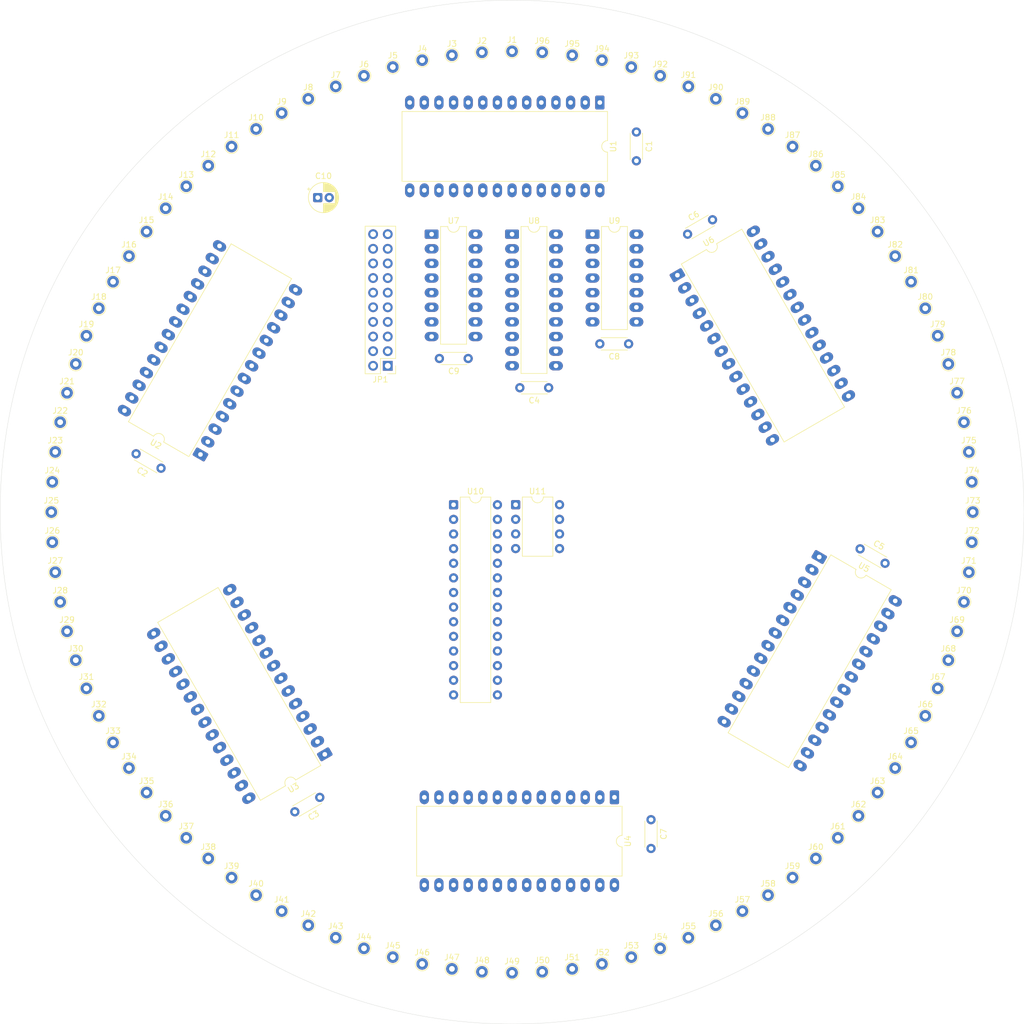
<source format=kicad_pcb>
(kicad_pcb (version 20241229) (generator "pcbnew") (generator_version "9.0")
  (layers (0 "F.Cu" signal) (2 "B.Cu" signal) (13 "F.Paste" user) (15 "B.Paste" user) (5 "F.SilkS" user "F.Silkscreen") (7 "B.SilkS" user "B.Silkscreen") (1 "F.Mask" user) (3 "B.Mask" user) (25 "Edge.Cuts" user))
  (net 0 "")
  (net 1 "Net-(JP1-Pin_6)")
  (net 2 "GND")
  (net 3 "Net-(JP1-Pin_14)")
  (net 4 "Net-(JP1-Pin_9)")
  (net 5 "Net-(JP1-Pin_16)")
  (net 6 "Net-(JP1-Pin_7)")
  (net 7 "Net-(JP1-Pin_8)")
  (net 8 "/A0")
  (net 9 "Net-(JP1-Pin_12)")
  (net 10 "Net-(JP1-Pin_15)")
  (net 11 "Net-(JP1-Pin_13)")
  (net 12 "/~{WR}")
  (net 13 "/A2")
  (net 14 "/R5_X0")
  (net 15 "/R5_Y0")
  (net 16 "/R5_X1")
  (net 17 "/R5_X2")
  (net 18 "/R5_X3")
  (net 19 "/R5_X4")
  (net 20 "/R5_X5")
  (net 21 "/R5_X6")
  (net 22 "/R5_X7")
  (net 23 "/R5_Y1")
  (net 24 "/R5_Y2")
  (net 25 "/R5_Y3")
  (net 26 "/R5_Y4")
  (net 27 "/R5_Y5")
  (net 28 "/R5_Y6")
  (net 29 "/R5_Y7")
  (net 30 "/R4_Y0")
  (net 31 "/R4_X0")
  (net 32 "/R4_X1")
  (net 33 "/R4_X2")
  (net 34 "/R4_X3")
  (net 35 "/R4_X4")
  (net 36 "/R4_X5")
  (net 37 "/R4_X6")
  (net 38 "/R4_X7")
  (net 39 "/R4_Y1")
  (net 40 "/R4_Y2")
  (net 41 "/R4_Y3")
  (net 42 "/R4_Y4")
  (net 43 "/R4_Y5")
  (net 44 "/R4_Y6")
  (net 45 "/R4_Y7")
  (net 46 "/R3_Y0")
  (net 47 "/R3_X0")
  (net 48 "/R3_X1")
  (net 49 "/R3_X2")
  (net 50 "/R3_X3")
  (net 51 "/R3_X4")
  (net 52 "/R3_X5")
  (net 53 "/R3_X6")
  (net 54 "/R3_X7")
  (net 55 "/R3_Y1")
  (net 56 "/R3_Y2")
  (net 57 "/R3_Y3")
  (net 58 "/R3_Y4")
  (net 59 "/R3_Y5")
  (net 60 "/R3_Y6")
  (net 61 "/R3_Y7")
  (net 62 "/R2_X0")
  (net 63 "/R2_Y0")
  (net 64 "/R2_X1")
  (net 65 "/R2_X2")
  (net 66 "/R2_X3")
  (net 67 "/R2_X4")
  (net 68 "/R2_X5")
  (net 69 "/R2_X6")
  (net 70 "/R2_X7")
  (net 71 "/R2_Y1")
  (net 72 "/R2_Y2")
  (net 73 "/R2_Y3")
  (net 74 "/R2_Y4")
  (net 75 "/R2_Y5")
  (net 76 "/R2_Y6")
  (net 77 "/R2_Y7")
  (net 78 "/R1_Y0")
  (net 79 "/R1_X0")
  (net 80 "/R1_X1")
  (net 81 "/R1_X2")
  (net 82 "/R1_X3")
  (net 83 "/R1_X4")
  (net 84 "/R1_X5")
  (net 85 "/R1_X6")
  (net 86 "/R1_X7")
  (net 87 "/R1_Y1")
  (net 88 "/R1_Y2")
  (net 89 "/R1_Y3")
  (net 90 "/R1_Y4")
  (net 91 "/R1_Y5")
  (net 92 "/R1_Y6")
  (net 93 "/R1_Y7")
  (net 94 "VCC")
  (net 95 "/A1")
  (net 96 "/D4")
  (net 97 "/D1")
  (net 98 "/D7")
  (net 99 "/MODE")
  (net 100 "/D5")
  (net 101 "/D3")
  (net 102 "/D0")
  (net 103 "/D6")
  (net 104 "/~{RING7}")
  (net 105 "/D2")
  (net 106 "/~{RING5}")
  (net 107 "/~{RING4}")
  (net 108 "/~{RING3}")
  (net 109 "/~{RING2}")
  (net 110 "/~{RING1}")
  (net 113 "/R7_Y0")
  (net 114 "/R7_X0")
  (net 115 "/R7_X1")
  (net 116 "/R7_X2")
  (net 117 "/R7_X3")
  (net 118 "/R7_X4")
  (net 119 "/R7_X5")
  (net 120 "/R7_X6")
  (net 121 "/R7_X7")
  (net 122 "/R7_Y1")
  (net 123 "/R7_Y2")
  (net 124 "/R7_Y3")
  (net 125 "/R7_Y4")
  (net 126 "/R7_Y5")
  (net 127 "/R7_Y6")
  (net 128 "/R7_Y7")
  (footprint "Connector_PinHeader_2.54mm:PinHeader_2x10_P2.54mm_Vertical" (layer "F.Cu") (at 232.41 152.4 180)
    (property "Reference" "JP1" (at 1.27 -2.38 0) (layer "F.SilkS"))
    (property "Value" "CONN_2X10")
    (pad "1" thru_hole rect (at 0 0 180) (size 1.7 1.7) (drill 1) (layers "*.Cu" "*.Mask") (net 94 "VCC"))
    (pad "2" thru_hole circle (at 2.54 0 180) (size 1.7 1.7) (drill 1) (layers "*.Cu" "*.Mask") (net 94 "VCC"))
    (pad "3" thru_hole circle (at 0 2.54 180) (size 1.7 1.7) (drill 1) (layers "*.Cu" "*.Mask") (net 94 "VCC"))
    (pad "4" thru_hole circle (at 2.54 2.54 180) (size 1.7 1.7) (drill 1) (layers "*.Cu" "*.Mask") (net 2 "GND"))
    (pad "5" thru_hole circle (at 0 5.08 180) (size 1.7 1.7) (drill 1) (layers "*.Cu" "*.Mask") (net 2 "GND"))
    (pad "6" thru_hole circle (at 2.54 5.08 180) (size 1.7 1.7) (drill 1) (layers "*.Cu" "*.Mask") (net 1 "Net-(JP1-Pin_6)"))
    (pad "7" thru_hole circle (at 0 7.62 180) (size 1.7 1.7) (drill 1) (layers "*.Cu" "*.Mask") (net 6 "Net-(JP1-Pin_7)"))
    (pad "8" thru_hole circle (at 2.54 7.62 180) (size 1.7 1.7) (drill 1) (layers "*.Cu" "*.Mask") (net 7 "Net-(JP1-Pin_8)"))
    (pad "9" thru_hole circle (at 0 10.16 180) (size 1.7 1.7) (drill 1) (layers "*.Cu" "*.Mask") (net 4 "Net-(JP1-Pin_9)"))
    (pad "10" thru_hole circle (at 2.54 10.16 180) (size 1.7 1.7) (drill 1) (layers "*.Cu" "*.Mask") (net 2 "GND"))
    (pad "11" thru_hole circle (at 0 12.7 180) (size 1.7 1.7) (drill 1) (layers "*.Cu" "*.Mask") (net 2 "GND"))
    (pad "12" thru_hole circle (at 2.54 12.7 180) (size 1.7 1.7) (drill 1) (layers "*.Cu" "*.Mask") (net 9 "Net-(JP1-Pin_12)"))
    (pad "13" thru_hole circle (at 0 15.24 180) (size 1.7 1.7) (drill 1) (layers "*.Cu" "*.Mask") (net 11 "Net-(JP1-Pin_13)"))
    (pad "14" thru_hole circle (at 2.54 15.24 180) (size 1.7 1.7) (drill 1) (layers "*.Cu" "*.Mask") (net 3 "Net-(JP1-Pin_14)"))
    (pad "15" thru_hole circle (at 0 17.78 180) (size 1.7 1.7) (drill 1) (layers "*.Cu" "*.Mask") (net 10 "Net-(JP1-Pin_15)"))
    (pad "16" thru_hole circle (at 2.54 17.78 180) (size 1.7 1.7) (drill 1) (layers "*.Cu" "*.Mask") (net 5 "Net-(JP1-Pin_16)"))
    (pad "17" thru_hole circle (at 0 20.32 180) (size 1.7 1.7) (drill 1) (layers "*.Cu" "*.Mask") (net 12 "/~{WR}"))
    (pad "18" thru_hole circle (at 2.54 20.32 180) (size 1.7 1.7) (drill 1) (layers "*.Cu" "*.Mask") (net 13 "/A2"))
    (pad "19" thru_hole circle (at 0 22.86 180) (size 1.7 1.7) (drill 1) (layers "*.Cu" "*.Mask") (net 95 "/A1"))
    (pad "20" thru_hole circle (at 2.54 22.86 180) (size 1.7 1.7) (drill 1) (layers "*.Cu" "*.Mask") (net 8 "/A0"))
  )
  (footprint "TestPoint:TestPoint_THTPad_D2.0mm_Drill1.0mm" (layer "F.Cu") (at 182.241212 213.187518)
    (property "Reference" "J32" (at 0 -1.998 0) (layer "F.SilkS"))
    (property "Value" "Socket")
    (pad "1" thru_hole circle (at 0 0) (size 2 2) (drill 1) (layers "*.Cu" "*.Mask") (net 29 "/R5_Y7"))
  )
  (footprint "TestPoint:TestPoint_THTPad_D2.0mm_Drill1.0mm" (layer "F.Cu") (at 333.325503 167.356599)
    (property "Reference" "J75" (at 0 -1.998 0) (layer "F.SilkS"))
    (property "Value" "Socket")
    (pad "1" thru_hole circle (at 0 0) (size 2 2) (drill 1) (layers "*.Cu" "*.Mask") (net 72 "/R2_Y2"))
  )
  (footprint "TestPoint:TestPoint_THTPad_D2.0mm_Drill1.0mm" (layer "F.Cu") (at 193.845297 230.554259)
    (property "Reference" "J36" (at 0 -1.998 0) (layer "F.SilkS"))
    (property "Value" "Socket")
    (pad "1" thru_hole circle (at 0 0) (size 2 2) (drill 1) (layers "*.Cu" "*.Mask") (net 34 "/R4_X3"))
  )
  (footprint "TestPoint:TestPoint_THTPad_D2.0mm_Drill1.0mm" (layer "F.Cu") (at 228.281628 102.03612)
    (property "Reference" "J6" (at 0 -1.998 0) (layer "F.SilkS"))
    (property "Value" "Socket")
    (pad "1" thru_hole circle (at 0 0) (size 2 2) (drill 1) (layers "*.Cu" "*.Mask") (net 119 "/R7_X5"))
  )
  (footprint "TestPoint:TestPoint_THTPad_D2.0mm_Drill1.0mm" (layer "F.Cu") (at 218.612482 106.041212)
    (property "Reference" "J8" (at 0 -1.998 0) (layer "F.SilkS"))
    (property "Value" "Socket")
    (pad "1" thru_hole circle (at 0 0) (size 2 2) (drill 1) (layers "*.Cu" "*.Mask") (net 121 "/R7_X7"))
  )
  (footprint "TestPoint:TestPoint_THTPad_D2.0mm_Drill1.0mm" (layer "F.Cu") (at 180.080399 147.181499)
    (property "Reference" "J19" (at 0 -1.998 0) (layer "F.SilkS"))
    (property "Value" "Socket")
    (pad "1" thru_hole circle (at 0 0) (size 2 2) (drill 1) (layers "*.Cu" "*.Mask") (net 17 "/R5_X2"))
  )
  (footprint "TestPoint:TestPoint_THTPad_D2.0mm_Drill1.0mm" (layer "F.Cu") (at 274.708112 100.516275)
    (property "Reference" "J93" (at 0 -1.998 0) (layer "F.SilkS"))
    (property "Value" "Socket")
    (pad "1" thru_hole circle (at 0 0) (size 2 2) (drill 1) (layers "*.Cu" "*.Mask") (net 90 "/R1_Y4"))
  )
  (footprint "Package_DIP:DIP-28_W15.24mm_LongPads" (layer "F.Cu") (at 282.711773 136.661773 30)
    (property "Reference" "U6" (at 7.62 -2.33 30) (layer "F.SilkS"))
    (property "Value" "ICM7218A")
    (pad "1" thru_hole roundrect (at 0 0 30) (size 2.4 1.6) (drill 0.8) (layers "*.Cu" "*.Mask") (roundrect_rratio 0.15625) (net 88 "/R1_Y2"))
    (pad "2" thru_hole oval (at 0 2.54 30) (size 2.4 1.6) (drill 0.8) (layers "*.Cu" "*.Mask") (net 90 "/R1_Y4"))
    (pad "3" thru_hole oval (at 0 5.08 30) (size 2.4 1.6) (drill 0.8) (layers "*.Cu" "*.Mask") (net 87 "/R1_Y1"))
    (pad "4" thru_hole oval (at 0 7.62 30) (size 2.4 1.6) (drill 0.8) (layers "*.Cu" "*.Mask") (net 93 "/R1_Y7"))
    (pad "5" thru_hole oval (at 0 10.16 30) (size 2.4 1.6) (drill 0.8) (layers "*.Cu" "*.Mask") (net 103 "/D6"))
    (pad "6" thru_hole oval (at 0 12.7 30) (size 2.4 1.6) (drill 0.8) (layers "*.Cu" "*.Mask") (net 100 "/D5"))
    (pad "7" thru_hole oval (at 0 15.24 30) (size 2.4 1.6) (drill 0.8) (layers "*.Cu" "*.Mask") (net 98 "/D7"))
    (pad "8" thru_hole oval (at 0 17.78 30) (size 2.4 1.6) (drill 0.8) (layers "*.Cu" "*.Mask") (net 110 "/~{RING1}"))
    (pad "9" thru_hole oval (at 0 20.32 30) (size 2.4 1.6) (drill 0.8) (layers "*.Cu" "*.Mask") (net 99 "/MODE"))
    (pad "10" thru_hole oval (at 0 22.86 30) (size 2.4 1.6) (drill 0.8) (layers "*.Cu" "*.Mask") (net 96 "/D4"))
    (pad "11" thru_hole oval (at 0 25.4 30) (size 2.4 1.6) (drill 0.8) (layers "*.Cu" "*.Mask") (net 97 "/D1"))
    (pad "12" thru_hole oval (at 0 27.94 30) (size 2.4 1.6) (drill 0.8) (layers "*.Cu" "*.Mask") (net 102 "/D0"))
    (pad "13" thru_hole oval (at 0 30.48 30) (size 2.4 1.6) (drill 0.8) (layers "*.Cu" "*.Mask") (net 105 "/D2"))
    (pad "14" thru_hole oval (at 0 33.02 30) (size 2.4 1.6) (drill 0.8) (layers "*.Cu" "*.Mask") (net 101 "/D3"))
    (pad "15" thru_hole oval (at 15.24 33.02 30) (size 2.4 1.6) (drill 0.8) (layers "*.Cu" "*.Mask") (net 79 "/R1_X0"))
    (pad "16" thru_hole oval (at 15.24 30.48 30) (size 2.4 1.6) (drill 0.8) (layers "*.Cu" "*.Mask") (net 80 "/R1_X1"))
    (pad "17" thru_hole oval (at 15.24 27.94 30) (size 2.4 1.6) (drill 0.8) (layers "*.Cu" "*.Mask") (net 83 "/R1_X4"))
    (pad "18" thru_hole oval (at 15.24 25.4 30) (size 2.4 1.6) (drill 0.8) (layers "*.Cu" "*.Mask") (net 86 "/R1_X7"))
    (pad "19" thru_hole oval (at 15.24 22.86 30) (size 2.4 1.6) (drill 0.8) (layers "*.Cu" "*.Mask") (net 94 "VCC"))
    (pad "20" thru_hole oval (at 15.24 20.32 30) (size 2.4 1.6) (drill 0.8) (layers "*.Cu" "*.Mask") (net 82 "/R1_X3"))
    (pad "21" thru_hole oval (at 15.24 17.78 30) (size 2.4 1.6) (drill 0.8) (layers "*.Cu" "*.Mask") (net 85 "/R1_X6"))
    (pad "22" thru_hole oval (at 15.24 15.24 30) (size 2.4 1.6) (drill 0.8) (layers "*.Cu" "*.Mask") (net 84 "/R1_X5"))
    (pad "23" thru_hole oval (at 15.24 12.7 30) (size 2.4 1.6) (drill 0.8) (layers "*.Cu" "*.Mask") (net 81 "/R1_X2"))
    (pad "24" thru_hole oval (at 15.24 10.16 30) (size 2.4 1.6) (drill 0.8) (layers "*.Cu" "*.Mask") (net 91 "/R1_Y5"))
    (pad "25" thru_hole oval (at 15.24 7.62 30) (size 2.4 1.6) (drill 0.8) (layers "*.Cu" "*.Mask") (net 89 "/R1_Y3"))
    (pad "26" thru_hole oval (at 15.24 5.08 30) (size 2.4 1.6) (drill 0.8) (layers "*.Cu" "*.Mask") (net 92 "/R1_Y6"))
    (pad "27" thru_hole oval (at 15.24 2.54 30) (size 2.4 1.6) (drill 0.8) (layers "*.Cu" "*.Mask") (net 78 "/R1_Y0"))
    (pad "28" thru_hole oval (at 15.24 0 30) (size 2.4 1.6) (drill 0.8) (layers "*.Cu" "*.Mask") (net 2 "GND"))
  )
  (footprint "TestPoint:TestPoint_THTPad_D2.0mm_Drill1.0mm" (layer "F.Cu") (at 213.995 108.509307)
    (property "Reference" "J9" (at 0 -1.998 0) (layer "F.SilkS"))
    (property "Value" "Socket")
    (pad "1" thru_hole circle (at 0 0) (size 2 2) (drill 1) (layers "*.Cu" "*.Mask") (net 113 "/R7_Y0"))
  )
  (footprint "TestPoint:TestPoint_THTPad_D2.0mm_Drill1.0mm" (layer "F.Cu") (at 302.707002 114.323799)
    (property "Reference" "J87" (at 0 -1.998 0) (layer "F.SilkS"))
    (property "Value" "Socket")
    (pad "1" thru_hole circle (at 0 0) (size 2 2) (drill 1) (layers "*.Cu" "*.Mask") (net 85 "/R1_X6"))
  )
  (footprint "TestPoint:TestPoint_THTPad_D2.0mm_Drill1.0mm" (layer "F.Cu") (at 190.523799 226.507002)
    (property "Reference" "J35" (at 0 -1.998 0) (layer "F.SilkS"))
    (property "Value" "Socket")
    (pad "1" thru_hole circle (at 0 0) (size 2 2) (drill 1) (layers "*.Cu" "*.Mask") (net 33 "/R4_X2"))
  )
  (footprint "TestPoint:TestPoint_THTPad_D2.0mm_Drill1.0mm" (layer "F.Cu") (at 274.708112 255.083725)
    (property "Reference" "J53" (at 0 -1.998 0) (layer "F.SilkS"))
    (property "Value" "Socket")
    (pad "1" thru_hole circle (at 0 0) (size 2 2) (drill 1) (layers "*.Cu" "*.Mask") (net 51 "/R3_X4"))
  )
  (footprint "TestPoint:TestPoint_THTPad_D2.0mm_Drill1.0mm" (layer "F.Cu") (at 317.476201 226.507002)
    (property "Reference" "J63" (at 0 -1.998 0) (layer "F.SilkS"))
    (property "Value" "Socket")
    (pad "1" thru_hole circle (at 0 0) (size 2 2) (drill 1) (layers "*.Cu" "*.Mask") (net 60 "/R3_Y6"))
  )
  (footprint "Package_DIP:DIP-28_W15.24mm_LongPads" (layer "F.Cu") (at 221.478227 219.867932 -150)
    (property "Reference" "U3" (at 7.62 -2.33 30) (layer "F.SilkS"))
    (property "Value" "ICM7218A")
    (pad "1" thru_hole roundrect (at 0 0 210) (size 2.4 1.6) (drill 0.8) (layers "*.Cu" "*.Mask") (roundrect_rratio 0.15625) (net 40 "/R4_Y2"))
    (pad "2" thru_hole oval (at 0 2.54 210) (size 2.4 1.6) (drill 0.8) (layers "*.Cu" "*.Mask") (net 42 "/R4_Y4"))
    (pad "3" thru_hole oval (at 0 5.08 210) (size 2.4 1.6) (drill 0.8) (layers "*.Cu" "*.Mask") (net 39 "/R4_Y1"))
    (pad "4" thru_hole oval (at 0 7.62 210) (size 2.4 1.6) (drill 0.8) (layers "*.Cu" "*.Mask") (net 45 "/R4_Y7"))
    (pad "5" thru_hole oval (at 0 10.16 210) (size 2.4 1.6) (drill 0.8) (layers "*.Cu" "*.Mask") (net 103 "/D6"))
    (pad "6" thru_hole oval (at 0 12.7 210) (size 2.4 1.6) (drill 0.8) (layers "*.Cu" "*.Mask") (net 100 "/D5"))
    (pad "7" thru_hole oval (at 0 15.24 210) (size 2.4 1.6) (drill 0.8) (layers "*.Cu" "*.Mask") (net 98 "/D7"))
    (pad "8" thru_hole oval (at 0 17.78 210) (size 2.4 1.6) (drill 0.8) (layers "*.Cu" "*.Mask") (net 107 "/~{RING4}"))
    (pad "9" thru_hole oval (at 0 20.32 210) (size 2.4 1.6) (drill 0.8) (layers "*.Cu" "*.Mask") (net 99 "/MODE"))
    (pad "10" thru_hole oval (at 0 22.86 210) (size 2.4 1.6) (drill 0.8) (layers "*.Cu" "*.Mask") (net 96 "/D4"))
    (pad "11" thru_hole oval (at 0 25.4 210) (size 2.4 1.6) (drill 0.8) (layers "*.Cu" "*.Mask") (net 97 "/D1"))
    (pad "12" thru_hole oval (at 0 27.94 210) (size 2.4 1.6) (drill 0.8) (layers "*.Cu" "*.Mask") (net 102 "/D0"))
    (pad "13" thru_hole oval (at 0 30.48 210) (size 2.4 1.6) (drill 0.8) (layers "*.Cu" "*.Mask") (net 105 "/D2"))
    (pad "14" thru_hole oval (at 0 33.02 210) (size 2.4 1.6) (drill 0.8) (layers "*.Cu" "*.Mask") (net 101 "/D3"))
    (pad "15" thru_hole oval (at 15.24 33.02 210) (size 2.4 1.6) (drill 0.8) (layers "*.Cu" "*.Mask") (net 31 "/R4_X0"))
    (pad "16" thru_hole oval (at 15.24 30.48 210) (size 2.4 1.6) (drill 0.8) (layers "*.Cu" "*.Mask") (net 32 "/R4_X1"))
    (pad "17" thru_hole oval (at 15.24 27.94 210) (size 2.4 1.6) (drill 0.8) (layers "*.Cu" "*.Mask") (net 35 "/R4_X4"))
    (pad "18" thru_hole oval (at 15.24 25.4 210) (size 2.4 1.6) (drill 0.8) (layers "*.Cu" "*.Mask") (net 38 "/R4_X7"))
    (pad "19" thru_hole oval (at 15.24 22.86 210) (size 2.4 1.6) (drill 0.8) (layers "*.Cu" "*.Mask") (net 94 "VCC"))
    (pad "20" thru_hole oval (at 15.24 20.32 210) (size 2.4 1.6) (drill 0.8) (layers "*.Cu" "*.Mask") (net 34 "/R4_X3"))
    (pad "21" thru_hole oval (at 15.24 17.78 210) (size 2.4 1.6) (drill 0.8) (layers "*.Cu" "*.Mask") (net 37 "/R4_X6"))
    (pad "22" thru_hole oval (at 15.24 15.24 210) (size 2.4 1.6) (drill 0.8) (layers "*.Cu" "*.Mask") (net 36 "/R4_X5"))
    (pad "23" thru_hole oval (at 15.24 12.7 210) (size 2.4 1.6) (drill 0.8) (layers "*.Cu" "*.Mask") (net 33 "/R4_X2"))
    (pad "24" thru_hole oval (at 15.24 10.16 210) (size 2.4 1.6) (drill 0.8) (layers "*.Cu" "*.Mask") (net 43 "/R4_Y5"))
    (pad "25" thru_hole oval (at 15.24 7.62 210) (size 2.4 1.6) (drill 0.8) (layers "*.Cu" "*.Mask") (net 41 "/R4_Y3"))
    (pad "26" thru_hole oval (at 15.24 5.08 210) (size 2.4 1.6) (drill 0.8) (layers "*.Cu" "*.Mask") (net 44 "/R4_Y6"))
    (pad "27" thru_hole oval (at 15.24 2.54 210) (size 2.4 1.6) (drill 0.8) (layers "*.Cu" "*.Mask") (net 30 "/R4_Y0"))
    (pad "28" thru_hole oval (at 15.24 0 210) (size 2.4 1.6) (drill 0.8) (layers "*.Cu" "*.Mask") (net 2 "GND"))
  )
  (footprint "TestPoint:TestPoint_THTPad_D2.0mm_Drill1.0mm" (layer "F.Cu") (at 201.245741 117.645297)
    (property "Reference" "J12" (at 0 -1.998 0) (layer "F.SilkS"))
    (property "Value" "Socket")
    (pad "1" thru_hole circle (at 0 0) (size 2 2) (drill 1) (layers "*.Cu" "*.Mask") (net 124 "/R7_Y3"))
  )
  (footprint "TestPoint:TestPoint_THTPad_D2.0mm_Drill1.0mm" (layer "F.Cu") (at 180.080399 208.418501)
    (property "Reference" "J31" (at 0 -1.998 0) (layer "F.SilkS"))
    (property "Value" "Socket")
    (pad "1" thru_hole circle (at 0 0) (size 2 2) (drill 1) (layers "*.Cu" "*.Mask") (net 28 "/R5_Y6"))
  )
  (footprint "TestPoint:TestPoint_THTPad_D2.0mm_Drill1.0mm" (layer "F.Cu") (at 302.707002 241.276201)
    (property "Reference" "J59" (at 0 -1.998 0) (layer "F.SilkS"))
    (property "Value" "Socket")
    (pad "1" thru_hole circle (at 0 0) (size 2 2) (drill 1) (layers "*.Cu" "*.Mask") (net 56 "/R3_Y2"))
  )
  (footprint "TestPoint:TestPoint_THTPad_D2.0mm_Drill1.0mm" (layer "F.Cu") (at 334.01 177.8)
    (property "Reference" "J73" (at 0 -1.998 0) (layer "F.SilkS"))
    (property "Value" "Socket")
    (pad "1" thru_hole circle (at 0 0) (size 2 2) (drill 1) (layers "*.Cu" "*.Mask") (net 63 "/R2_Y0"))
  )
  (footprint "TestPoint:TestPoint_THTPad_D2.0mm_Drill1.0mm" (layer "F.Cu") (at 317.476201 129.092998)
    (property "Reference" "J83" (at 0 -1.998 0) (layer "F.SilkS"))
    (property "Value" "Socket")
    (pad "1" thru_hole circle (at 0 0) (size 2 2) (drill 1) (layers "*.Cu" "*.Mask") (net 81 "/R1_X2"))
  )
  (footprint "TestPoint:TestPoint_THTPad_D2.0mm_Drill1.0mm" (layer "F.Cu") (at 174.674497 188.243401)
    (property "Reference" "J27" (at 0 -1.998 0) (layer "F.SilkS"))
    (property "Value" "Socket")
    (pad "1" thru_hole circle (at 0 0) (size 2 2) (drill 1) (layers "*.Cu" "*.Mask") (net 24 "/R5_Y2"))
  )
  (footprint "TestPoint:TestPoint_THTPad_D2.0mm_Drill1.0mm" (layer "F.Cu") (at 201.245741 237.954703)
    (property "Reference" "J38" (at 0 -1.998 0) (layer "F.SilkS"))
    (property "Value" "Socket")
    (pad "1" thru_hole circle (at 0 0) (size 2 2) (drill 1) (layers "*.Cu" "*.Mask") (net 36 "/R4_X5"))
  )
  (footprint "TestPoint:TestPoint_THTPad_D2.0mm_Drill1.0mm" (layer "F.Cu") (at 190.523799 129.092998)
    (property "Reference" "J15" (at 0 -1.998 0) (layer "F.SilkS"))
    (property "Value" "Socket")
    (pad "1" thru_hole circle (at 0 0) (size 2 2) (drill 1) (layers "*.Cu" "*.Mask") (net 127 "/R7_Y6"))
  )
  (footprint "Package_DIP:DIP-28_W15.24mm_LongPads" (layer "F.Cu") (at 307.34 185.602364 -30)
    (property "Reference" "U5" (at 7.62 -2.33 150) (layer "F.SilkS"))
    (property "Value" "ICM7218A")
    (pad "1" thru_hole roundrect (at 0 0 330) (size 2.4 1.6) (drill 0.8) (layers "*.Cu" "*.Mask") (roundrect_rratio 0.15625) (net 72 "/R2_Y2"))
    (pad "2" thru_hole oval (at 0 2.54 330) (size 2.4 1.6) (drill 0.8) (layers "*.Cu" "*.Mask") (net 74 "/R2_Y4"))
    (pad "3" thru_hole oval (at 0 5.08 330) (size 2.4 1.6) (drill 0.8) (layers "*.Cu" "*.Mask") (net 71 "/R2_Y1"))
    (pad "4" thru_hole oval (at 0 7.62 330) (size 2.4 1.6) (drill 0.8) (layers "*.Cu" "*.Mask") (net 77 "/R2_Y7"))
    (pad "5" thru_hole oval (at 0 10.16 330) (size 2.4 1.6) (drill 0.8) (layers "*.Cu" "*.Mask") (net 103 "/D6"))
    (pad "6" thru_hole oval (at 0 12.7 330) (size 2.4 1.6) (drill 0.8) (layers "*.Cu" "*.Mask") (net 100 "/D5"))
    (pad "7" thru_hole oval (at 0 15.24 330) (size 2.4 1.6) (drill 0.8) (layers "*.Cu" "*.Mask") (net 98 "/D7"))
    (pad "8" thru_hole oval (at 0 17.78 330) (size 2.4 1.6) (drill 0.8) (layers "*.Cu" "*.Mask") (net 109 "/~{RING2}"))
    (pad "9" thru_hole oval (at 0 20.32 330) (size 2.4 1.6) (drill 0.8) (layers "*.Cu" "*.Mask") (net 99 "/MODE"))
    (pad "10" thru_hole oval (at 0 22.86 330) (size 2.4 1.6) (drill 0.8) (layers "*.Cu" "*.Mask") (net 96 "/D4"))
    (pad "11" thru_hole oval (at 0 25.4 330) (size 2.4 1.6) (drill 0.8) (layers "*.Cu" "*.Mask") (net 97 "/D1"))
    (pad "12" thru_hole oval (at 0 27.94 330) (size 2.4 1.6) (drill 0.8) (layers "*.Cu" "*.Mask") (net 102 "/D0"))
    (pad "13" thru_hole oval (at 0 30.48 330) (size 2.4 1.6) (drill 0.8) (layers "*.Cu" "*.Mask") (net 105 "/D2"))
    (pad "14" thru_hole oval (at 0 33.02 330) (size 2.4 1.6) (drill 0.8) (layers "*.Cu" "*.Mask") (net 101 "/D3"))
    (pad "15" thru_hole oval (at 15.24 33.02 330) (size 2.4 1.6) (drill 0.8) (layers "*.Cu" "*.Mask") (net 62 "/R2_X0"))
    (pad "16" thru_hole oval (at 15.24 30.48 330) (size 2.4 1.6) (drill 0.8) (layers "*.Cu" "*.Mask") (net 64 "/R2_X1"))
    (pad "17" thru_hole oval (at 15.24 27.94 330) (size 2.4 1.6) (drill 0.8) (layers "*.Cu" "*.Mask") (net 67 "/R2_X4"))
    (pad "18" thru_hole oval (at 15.24 25.4 330) (size 2.4 1.6) (drill 0.8) (layers "*.Cu" "*.Mask") (net 70 "/R2_X7"))
    (pad "19" thru_hole oval (at 15.24 22.86 330) (size 2.4 1.6) (drill 0.8) (layers "*.Cu" "*.Mask") (net 94 "VCC"))
    (pad "20" thru_hole oval (at 15.24 20.32 330) (size 2.4 1.6) (drill 0.8) (layers "*.Cu" "*.Mask") (net 66 "/R2_X3"))
    (pad "21" thru_hole oval (at 15.24 17.78 330) (size 2.4 1.6) (drill 0.8) (layers "*.Cu" "*.Mask") (net 69 "/R2_X6"))
    (pad "22" thru_hole oval (at 15.24 15.24 330) (size 2.4 1.6) (drill 0.8) (layers "*.Cu" "*.Mask") (net 68 "/R2_X5"))
    (pad "23" thru_hole oval (at 15.24 12.7 330) (size 2.4 1.6) (drill 0.8) (layers "*.Cu" "*.Mask") (net 65 "/R2_X2"))
    (pad "24" thru_hole oval (at 15.24 10.16 330) (size 2.4 1.6) (drill 0.8) (layers "*.Cu" "*.Mask") (net 75 "/R2_Y5"))
    (pad "25" thru_hole oval (at 15.24 7.62 330) (size 2.4 1.6) (drill 0.8) (layers "*.Cu" "*.Mask") (net 73 "/R2_Y3"))
    (pad "26" thru_hole oval (at 15.24 5.08 330) (size 2.4 1.6) (drill 0.8) (layers "*.Cu" "*.Mask") (net 76 "/R2_Y6"))
    (pad "27" thru_hole oval (at 15.24 2.54 330) (size 2.4 1.6) (drill 0.8) (layers "*.Cu" "*.Mask") (net 63 "/R2_Y0"))
    (pad "28" thru_hole oval (at 15.24 0 330) (size 2.4 1.6) (drill 0.8) (layers "*.Cu" "*.Mask") (net 2 "GND"))
  )
  (footprint "TestPoint:TestPoint_THTPad_D2.0mm_Drill1.0mm" (layer "F.Cu") (at 223.381499 103.880399)
    (property "Reference" "J7" (at 0 -1.998 0) (layer "F.SilkS"))
    (property "Value" "Socket")
    (pad "1" thru_hole circle (at 0 0) (size 2 2) (drill 1) (layers "*.Cu" "*.Mask") (net 120 "/R7_X6"))
  )
  (footprint "TestPoint:TestPoint_THTPad_D2.0mm_Drill1.0mm" (layer "F.Cu") (at 310.575614 234.375614)
    (property "Reference" "J61" (at 0 -1.998 0) (layer "F.SilkS"))
    (property "Value" "Socket")
    (pad "1" thru_hole circle (at 0 0) (size 2 2) (drill 1) (layers "*.Cu" "*.Mask") (net 58 "/R3_Y4"))
  )
  (footprint "TestPoint:TestPoint_THTPad_D2.0mm_Drill1.0mm" (layer "F.Cu") (at 329.76388 152.081628)
    (property "Reference" "J78" (at 0 -1.998 0) (layer "F.SilkS"))
    (property "Value" "Socket")
    (pad "1" thru_hole circle (at 0 0) (size 2 2) (drill 1) (layers "*.Cu" "*.Mask") (net 75 "/R2_Y5"))
  )
  (footprint "TestPoint:TestPoint_THTPad_D2.0mm_Drill1.0mm" (layer "F.Cu") (at 325.758788 142.412482)
    (property "Reference" "J80" (at 0 -1.998 0) (layer "F.SilkS"))
    (property "Value" "Socket")
    (pad "1" thru_hole circle (at 0 0) (size 2 2) (drill 1) (layers "*.Cu" "*.Mask") (net 77 "/R2_Y7"))
  )
  (footprint "Capacitor_THT:C_Disc_D4.3mm_W1.9mm_P5.00mm" (layer "F.Cu") (at 284.48 129.54 30)
    (property "Reference" "C6" (at 2.5 -2.2 30) (layer "F.SilkS"))
    (property "Value" "0.1uF")
    (pad "1" thru_hole circle (at 0 0 30) (size 1.6 1.6) (drill 0.8) (layers "*.Cu" "*.Mask") (net 94 "VCC"))
    (pad "2" thru_hole circle (at 5 0 30) (size 1.6 1.6) (drill 0.8) (layers "*.Cu" "*.Mask") (net 2 "GND"))
  )
  (footprint "TestPoint:TestPoint_THTPad_D2.0mm_Drill1.0mm" (layer "F.Cu") (at 184.709307 137.795)
    (property "Reference" "J17" (at 0 -1.998 0) (layer "F.SilkS"))
    (property "Value" "Socket")
    (pad "1" thru_hole circle (at 0 0) (size 2 2) (drill 1) (layers "*.Cu" "*.Mask") (net 14 "/R5_X0"))
  )
  (footprint "Capacitor_THT:C_Disc_D4.3mm_W1.9mm_P5.00mm" (layer "F.Cu") (at 260.35 156.21 180)
    (property "Reference" "C4" (at 2.5 -2.2 0) (layer "F.SilkS"))
    (property "Value" "0.1uF")
    (pad "1" thru_hole circle (at 0 0 180) (size 1.6 1.6) (drill 0.8) (layers "*.Cu" "*.Mask") (net 94 "VCC"))
    (pad "2" thru_hole circle (at 5 0 180) (size 1.6 1.6) (drill 0.8) (layers "*.Cu" "*.Mask") (net 2 "GND"))
  )
  (footprint "TestPoint:TestPoint_THTPad_D2.0mm_Drill1.0mm" (layer "F.Cu") (at 298.451174 244.325884)
    (property "Reference" "J58" (at 0 -1.998 0) (layer "F.SilkS"))
    (property "Value" "Socket")
    (pad "1" thru_hole circle (at 0 0) (size 2 2) (drill 1) (layers "*.Cu" "*.Mask") (net 55 "/R3_Y1"))
  )
  (footprint "Capacitor_THT:C_Disc_D4.3mm_W1.9mm_P5.00mm" (layer "F.Cu") (at 278.13 231.22 -90)
    (property "Reference" "C7" (at 2.5 -2.2 90) (layer "F.SilkS"))
    (property "Value" "0.1uF")
    (pad "1" thru_hole circle (at 0 0 270) (size 1.6 1.6) (drill 0.8) (layers "*.Cu" "*.Mask") (net 94 "VCC"))
    (pad "2" thru_hole circle (at 5 0 270) (size 1.6 1.6) (drill 0.8) (layers "*.Cu" "*.Mask") (net 2 "GND"))
  )
  (footprint "Package_DIP:DIP-14_W7.62mm_LongPads" (layer "F.Cu") (at 267.97 129.54)
    (property "Reference" "U9" (at 3.81 -2.33 0) (layer "F.SilkS"))
    (property "Value" "74LS125")
    (pad "1" thru_hole roundrect (at 0 0) (size 2.4 1.6) (drill 0.8) (layers "*.Cu" "*.Mask") (roundrect_rratio 0.15625) (net 2 "GND"))
    (pad "2" thru_hole oval (at 0 2.54) (size 2.4 1.6) (drill 0.8) (layers "*.Cu" "*.Mask") (net 5 "Net-(JP1-Pin_16)"))
    (pad "3" thru_hole oval (at 0 5.08) (size 2.4 1.6) (drill 0.8) (layers "*.Cu" "*.Mask") (net 99 "/MODE"))
    (pad "4" thru_hole oval (at 0 7.62) (size 2.4 1.6) (drill 0.8) (layers "*.Cu" "*.Mask"))
    (pad "5" thru_hole oval (at 0 10.16) (size 2.4 1.6) (drill 0.8) (layers "*.Cu" "*.Mask"))
    (pad "6" thru_hole oval (at 0 12.7) (size 2.4 1.6) (drill 0.8) (layers "*.Cu" "*.Mask"))
    (pad "7" thru_hole oval (at 0 15.24) (size 2.4 1.6) (drill 0.8) (layers "*.Cu" "*.Mask") (net 2 "GND"))
    (pad "8" thru_hole oval (at 7.62 15.24) (size 2.4 1.6) (drill 0.8) (layers "*.Cu" "*.Mask"))
    (pad "9" thru_hole oval (at 7.62 12.7) (size 2.4 1.6) (drill 0.8) (layers "*.Cu" "*.Mask"))
    (pad "10" thru_hole oval (at 7.62 10.16) (size 2.4 1.6) (drill 0.8) (layers "*.Cu" "*.Mask"))
    (pad "11" thru_hole oval (at 7.62 7.62) (size 2.4 1.6) (drill 0.8) (layers "*.Cu" "*.Mask"))
    (pad "12" thru_hole oval (at 7.62 5.08) (size 2.4 1.6) (drill 0.8) (layers "*.Cu" "*.Mask"))
    (pad "13" thru_hole oval (at 7.62 2.54) (size 2.4 1.6) (drill 0.8) (layers "*.Cu" "*.Mask"))
    (pad "14" thru_hole oval (at 7.62 0) (size 2.4 1.6) (drill 0.8) (layers "*.Cu" "*.Mask") (net 94 "VCC"))
  )
  (footprint "TestPoint:TestPoint_THTPad_D2.0mm_Drill1.0mm" (layer "F.Cu") (at 209.548826 244.325884)
    (property "Reference" "J40" (at 0 -1.998 0) (layer "F.SilkS"))
    (property "Value" "Socket")
    (pad "1" thru_hole circle (at 0 0) (size 2 2) (drill 1) (layers "*.Cu" "*.Mask") (net 38 "/R4_X7"))
  )
  (footprint "Capacitor_THT:C_Disc_D4.3mm_W1.9mm_P5.00mm" (layer "F.Cu") (at 246.38 151.13 180)
    (property "Reference" "C9" (at 2.5 -2.2 0) (layer "F.SilkS"))
    (property "Value" "0.1uF")
    (pad "1" thru_hole circle (at 0 0 180) (size 1.6 1.6) (drill 0.8) (layers "*.Cu" "*.Mask") (net 94 "VCC"))
    (pad "2" thru_hole circle (at 5 0 180) (size 1.6 1.6) (drill 0.8) (layers "*.Cu" "*.Mask") (net 2 "GND"))
  )
  (footprint "TestPoint:TestPoint_THTPad_D2.0mm_Drill1.0mm" (layer "F.Cu") (at 323.290693 217.805)
    (property "Reference" "J65" (at 0 -1.998 0) (layer "F.SilkS"))
    (property "Value" "Socket")
    (pad "1" thru_hole circle (at 0 0) (size 2 2) (drill 1) (layers "*.Cu" "*.Mask") (net 62 "/R2_X0"))
  )
  (footprint "TestPoint:TestPoint_THTPad_D2.0mm_Drill1.0mm" (layer "F.Cu") (at 327.919601 147.181499)
    (property "Reference" "J79" (at 0 -1.998 0) (layer "F.SilkS"))
    (property "Value" "Socket")
    (pad "1" thru_hole circle (at 0 0) (size 2 2) (drill 1) (layers "*.Cu" "*.Mask") (net 76 "/R2_Y6"))
  )
  (footprint "TestPoint:TestPoint_THTPad_D2.0mm_Drill1.0mm" (layer "F.Cu") (at 269.609177 99.32737)
    (property "Reference" "J94" (at 0 -1.998 0) (layer "F.SilkS"))
    (property "Value" "Socket")
    (pad "1" thru_hole circle (at 0 0) (size 2 2) (drill 1) (layers "*.Cu" "*.Mask") (net 91 "/R1_Y5"))
  )
  (footprint "TestPoint:TestPoint_THTPad_D2.0mm_Drill1.0mm" (layer "F.Cu") (at 176.716275 157.091888)
    (property "Reference" "J21" (at 0 -1.998 0) (layer "F.SilkS"))
    (property "Value" "Socket")
    (pad "1" thru_hole circle (at 0 0) (size 2 2) (drill 1) (layers "*.Cu" "*.Mask") (net 19 "/R5_X4"))
  )
  (footprint "TestPoint:TestPoint_THTPad_D2.0mm_Drill1.0mm" (layer "F.Cu") (at 264.443401 257.125503)
    (property "Reference" "J51" (at 0 -1.998 0) (layer "F.SilkS"))
    (property "Value" "Socket")
    (pad "1" thru_hole circle (at 0 0) (size 2 2) (drill 1) (layers "*.Cu" "*.Mask") (net 49 "/R3_X2"))
  )
  (footprint "TestPoint:TestPoint_THTPad_D2.0mm_Drill1.0mm" (layer "F.Cu") (at 294.005 108.509307)
    (property "Reference" "J89" (at 0 -1.998 0) (layer "F.SilkS"))
    (property "Value" "Socket")
    (pad "1" thru_hole circle (at 0 0) (size 2 2) (drill 1) (layers "*.Cu" "*.Mask") (net 78 "/R1_Y0"))
  )
  (footprint "TestPoint:TestPoint_THTPad_D2.0mm_Drill1.0mm" (layer "F.Cu") (at 218.612482 249.558788)
    (property "Reference" "J42" (at 0 -1.998 0) (layer "F.SilkS"))
    (property "Value" "Socket")
    (pad "1" thru_hole circle (at 0 0) (size 2 2) (drill 1) (layers "*.Cu" "*.Mask") (net 39 "/R4_Y1"))
  )
  (footprint "TestPoint:TestPoint_THTPad_D2.0mm_Drill1.0mm" (layer "F.Cu") (at 228.281628 253.56388)
    (property "Reference" "J44" (at 0 -1.998 0) (layer "F.SilkS"))
    (property "Value" "Socket")
    (pad "1" thru_hole circle (at 0 0) (size 2 2) (drill 1) (layers "*.Cu" "*.Mask") (net 41 "/R4_Y3"))
  )
  (footprint "TestPoint:TestPoint_THTPad_D2.0mm_Drill1.0mm" (layer "F.Cu") (at 187.474116 222.251174)
    (property "Reference" "J34" (at 0 -1.998 0) (layer "F.SilkS"))
    (property "Value" "Socket")
    (pad "1" thru_hole circle (at 0 0) (size 2 2) (drill 1) (layers "*.Cu" "*.Mask") (net 32 "/R4_X1"))
  )
  (footprint "Capacitor_THT:C_Disc_D4.3mm_W1.9mm_P5.00mm" (layer "F.Cu") (at 314.439873 184.19 -30)
    (property "Reference" "C5" (at 2.5 -2.2 150) (layer "F.SilkS"))
    (property "Value" "0.1uF")
    (pad "1" thru_hole circle (at 0 0 330) (size 1.6 1.6) (drill 0.8) (layers "*.Cu" "*.Mask") (net 94 "VCC"))
    (pad "2" thru_hole circle (at 5 0 330) (size 1.6 1.6) (drill 0.8) (layers "*.Cu" "*.Mask") (net 2 "GND"))
  )
  (footprint "TestPoint:TestPoint_THTPad_D2.0mm_Drill1.0mm" (layer "F.Cu") (at 174.161308 183.032904)
    (property "Reference" "J26" (at 0 -1.998 0) (layer "F.SilkS"))
    (property "Value" "Socket")
    (pad "1" thru_hole circle (at 0 0) (size 2 2) (drill 1) (layers "*.Cu" "*.Mask") (net 23 "/R5_Y1"))
  )
  (footprint "Package_DIP:DIP-28_W7.62mm" (layer "F.Cu") (at 243.84 176.53)
    (property "Reference" "U10" (at 3.81 -2.33 0) (layer "F.SilkS"))
    (property "Value" "AVR128DB28x-xSP")
    (pad "1" thru_hole roundrect (at 0 0) (size 1.6 1.6) (drill 0.8) (layers "*.Cu" "*.Mask") (roundrect_rratio 0.15625))
    (pad "2" thru_hole circle (at 0 2.54) (size 1.6 1.6) (drill 0.8) (layers "*.Cu" "*.Mask"))
    (pad "3" thru_hole circle (at 0 5.08) (size 1.6 1.6) (drill 0.8) (layers "*.Cu" "*.Mask"))
    (pad "4" thru_hole circle (at 0 7.62) (size 1.6 1.6) (drill 0.8) (layers "*.Cu" "*.Mask"))
    (pad "5" thru_hole circle (at 0 10.16) (size 1.6 1.6) (drill 0.8) (layers "*.Cu" "*.Mask"))
    (pad "6" thru_hole circle (at 0 12.7) (size 1.6 1.6) (drill 0.8) (layers "*.Cu" "*.Mask"))
    (pad "7" thru_hole circle (at 0 15.24) (size 1.6 1.6) (drill 0.8) (layers "*.Cu" "*.Mask"))
    (pad "8" thru_hole circle (at 0 17.78) (size 1.6 1.6) (drill 0.8) (layers "*.Cu" "*.Mask"))
    (pad "9" thru_hole circle (at 0 20.32) (size 1.6 1.6) (drill 0.8) (layers "*.Cu" "*.Mask"))
    (pad "10" thru_hole circle (at 0 22.86) (size 1.6 1.6) (drill 0.8) (layers "*.Cu" "*.Mask"))
    (pad "11" thru_hole circle (at 0 25.4) (size 1.6 1.6) (drill 0.8) (layers "*.Cu" "*.Mask"))
    (pad "12" thru_hole circle (at 0 27.94) (size 1.6 1.6) (drill 0.8) (layers "*.Cu" "*.Mask"))
    (pad "13" thru_hole circle (at 0 30.48) (size 1.6 1.6) (drill 0.8) (layers "*.Cu" "*.Mask"))
    (pad "14" thru_hole circle (at 0 33.02) (size 1.6 1.6) (drill 0.8) (layers "*.Cu" "*.Mask"))
    (pad "15" thru_hole circle (at 7.62 33.02) (size 1.6 1.6) (drill 0.8) (layers "*.Cu" "*.Mask"))
    (pad "16" thru_hole circle (at 7.62 30.48) (size 1.6 1.6) (drill 0.8) (layers "*.Cu" "*.Mask"))
    (pad "17" thru_hole circle (at 7.62 27.94) (size 1.6 1.6) (drill 0.8) (layers "*.Cu" "*.Mask"))
    (pad "18" thru_hole circle (at 7.62 25.4) (size 1.6 1.6) (drill 0.8) (layers "*.Cu" "*.Mask"))
    (pad "19" thru_hole circle (at 7.62 22.86) (size 1.6 1.6) (drill 0.8) (layers "*.Cu" "*.Mask"))
    (pad "20" thru_hole circle (at 7.62 20.32) (size 1.6 1.6) (drill 0.8) (layers "*.Cu" "*.Mask"))
    (pad "21" thru_hole circle (at 7.62 17.78) (size 1.6 1.6) (drill 0.8) (layers "*.Cu" "*.Mask"))
    (pad "22" thru_hole circle (at 7.62 15.24) (size 1.6 1.6) (drill 0.8) (layers "*.Cu" "*.Mask"))
    (pad "23" thru_hole circle (at 7.62 12.7) (size 1.6 1.6) (drill 0.8) (layers "*.Cu" "*.Mask"))
    (pad "24" thru_hole circle (at 7.62 10.16) (size 1.6 1.6) (drill 0.8) (layers "*.Cu" "*.Mask"))
    (pad "25" thru_hole circle (at 7.62 7.62) (size 1.6 1.6) (drill 0.8) (layers "*.Cu" "*.Mask"))
    (pad "26" thru_hole circle (at 7.62 5.08) (size 1.6 1.6) (drill 0.8) (layers "*.Cu" "*.Mask"))
    (pad "27" thru_hole circle (at 7.62 2.54) (size 1.6 1.6) (drill 0.8) (layers "*.Cu" "*.Mask"))
    (pad "28" thru_hole circle (at 7.62 0) (size 1.6 1.6) (drill 0.8) (layers "*.Cu" "*.Mask"))
  )
  (footprint "TestPoint:TestPoint_THTPad_D2.0mm_Drill1.0mm" (layer "F.Cu") (at 333.325503 188.243401)
    (property "Reference" "J71" (at 0 -1.998 0) (layer "F.SilkS"))
    (property "Value" "Socket")
    (pad "1" thru_hole circle (at 0 0) (size 2 2) (drill 1) (layers "*.Cu" "*.Mask") (net 69 "/R2_X6"))
  )
  (footprint "TestPoint:TestPoint_THTPad_D2.0mm_Drill1.0mm" (layer "F.Cu") (at 205.292998 114.323799)
    (property "Reference" "J11" (at 0 -1.998 0) (layer "F.SilkS"))
    (property "Value" "Socket")
    (pad "1" thru_hole circle (at 0 0) (size 2 2) (drill 1) (layers "*.Cu" "*.Mask") (net 123 "/R7_Y2"))
  )
  (footprint "TestPoint:TestPoint_THTPad_D2.0mm_Drill1.0mm" (layer "F.Cu") (at 314.154703 125.045741)
    (property "Reference" "J84" (at 0 -1.998 0) (layer "F.SilkS"))
    (property "Value" "Socket")
    (pad "1" thru_hole circle (at 0 0) (size 2 2) (drill 1) (layers "*.Cu" "*.Mask") (net 82 "/R1_X3"))
  )
  (footprint "Package_DIP:DIP-20_W7.62mm_LongPads" (layer "F.Cu") (at 254 129.54)
    (property "Reference" "U8" (at 3.81 -2.33 0) (layer "F.SilkS"))
    (property "Value" "74LS244")
    (pad "1" thru_hole roundrect (at 0 0) (size 2.4 1.6) (drill 0.8) (layers "*.Cu" "*.Mask") (roundrect_rratio 0.15625) (net 2 "GND"))
    (pad "2" thru_hole oval (at 0 2.54) (size 2.4 1.6) (drill 0.8) (layers "*.Cu" "*.Mask") (net 10 "Net-(JP1-Pin_15)"))
    (pad "3" thru_hole oval (at 0 5.08) (size 2.4 1.6) (drill 0.8) (layers "*.Cu" "*.Mask") (net 98 "/D7"))
    (pad "4" thru_hole oval (at 0 7.62) (size 2.4 1.6) (drill 0.8) (layers "*.Cu" "*.Mask") (net 3 "Net-(JP1-Pin_14)"))
    (pad "5" thru_hole oval (at 0 10.16) (size 2.4 1.6) (drill 0.8) (layers "*.Cu" "*.Mask") (net 103 "/D6"))
    (pad "6" thru_hole oval (at 0 12.7) (size 2.4 1.6) (drill 0.8) (layers "*.Cu" "*.Mask") (net 11 "Net-(JP1-Pin_13)"))
    (pad "7" thru_hole oval (at 0 15.24) (size 2.4 1.6) (drill 0.8) (layers "*.Cu" "*.Mask") (net 100 "/D5"))
    (pad "8" thru_hole oval (at 0 17.78) (size 2.4 1.6) (drill 0.8) (layers "*.Cu" "*.Mask") (net 9 "Net-(JP1-Pin_12)"))
    (pad "9" thru_hole oval (at 0 20.32) (size 2.4 1.6) (drill 0.8) (layers "*.Cu" "*.Mask") (net 96 "/D4"))
    (pad "10" thru_hole oval (at 0 22.86) (size 2.4 1.6) (drill 0.8) (layers "*.Cu" "*.Mask") (net 2 "GND"))
    (pad "11" thru_hole oval (at 7.62 22.86) (size 2.4 1.6) (drill 0.8) (layers "*.Cu" "*.Mask") (net 4 "Net-(JP1-Pin_9)"))
    (pad "12" thru_hole oval (at 7.62 20.32) (size 2.4 1.6) (drill 0.8) (layers "*.Cu" "*.Mask") (net 101 "/D3"))
    (pad "13" thru_hole oval (at 7.62 17.78) (size 2.4 1.6) (drill 0.8) (layers "*.Cu" "*.Mask") (net 7 "Net-(JP1-Pin_8)"))
    (pad "14" thru_hole oval (at 7.62 15.24) (size 2.4 1.6) (drill 0.8) (layers "*.Cu" "*.Mask") (net 105 "/D2"))
    (pad "15" thru_hole oval (at 7.62 12.7) (size 2.4 1.6) (drill 0.8) (layers "*.Cu" "*.Mask") (net 6 "Net-(JP1-Pin_7)"))
    (pad "16" thru_hole oval (at 7.62 10.16) (size 2.4 1.6) (drill 0.8) (layers "*.Cu" "*.Mask") (net 97 "/D1"))
    (pad "17" thru_hole oval (at 7.62 7.62) (size 2.4 1.6) (drill 0.8) (layers "*.Cu" "*.Mask") (net 1 "Net-(JP1-Pin_6)"))
    (pad "18" thru_hole oval (at 7.62 5.08) (size 2.4 1.6) (drill 0.8) (layers "*.Cu" "*.Mask") (net 102 "/D0"))
    (pad "19" thru_hole oval (at 7.62 2.54) (size 2.4 1.6) (drill 0.8) (layers "*.Cu" "*.Mask") (net 2 "GND"))
    (pad "20" thru_hole oval (at 7.62 0) (size 2.4 1.6) (drill 0.8) (layers "*.Cu" "*.Mask") (net 94 "VCC"))
  )
  (footprint "TestPoint:TestPoint_THTPad_D2.0mm_Drill1.0mm" (layer "F.Cu") (at 176.716275 198.508112)
    (property "Reference" "J29" (at 0 -1.998 0) (layer "F.SilkS"))
    (property "Value" "Socket")
    (pad "1" thru_hole circle (at 0 0) (size 2 2) (drill 1) (layers "*.Cu" "*.Mask") (net 26 "/R5_Y4"))
  )
  (footprint "TestPoint:TestPoint_THTPad_D2.0mm_Drill1.0mm" (layer "F.Cu") (at 209.548826 111.274116)
    (property "Reference" "J10" (at 0 -1.998 0) (layer "F.SilkS"))
    (property "Value" "Socket")
    (pad "1" thru_hole circle (at 0 0) (size 2 2) (drill 1) (layers "*.Cu" "*.Mask") (net 122 "/R7_Y1"))
  )
  (footprint "TestPoint:TestPoint_THTPad_D2.0mm_Drill1.0mm" (layer "F.Cu") (at 197.424386 234.375614)
    (property "Reference" "J37" (at 0 -1.998 0) (layer "F.SilkS"))
    (property "Value" "Socket")
    (pad "1" thru_hole circle (at 0 0) (size 2 2) (drill 1) (layers "*.Cu" "*.Mask") (net 35 "/R4_X4"))
  )
  (footprint "Package_DIP:DIP-28_W15.24mm_LongPads" (layer "F.Cu") (at 271.78 227.33 -90)
    (property "Reference" "U4" (at 7.62 -2.33 90) (layer "F.SilkS"))
    (property "Value" "ICM7218A")
    (pad "1" thru_hole roundrect (at 0 0 270) (size 2.4 1.6) (drill 0.8) (layers "*.Cu" "*.Mask") (roundrect_rratio 0.15625) (net 56 "/R3_Y2"))
    (pad "2" thru_hole oval (at 0 2.54 270) (size 2.4 1.6) (drill 0.8) (layers "*.Cu" "*.Mask") (net 58 "/R3_Y4"))
    (pad "3" thru_hole oval (at 0 5.08 270) (size 2.4 1.6) (drill 0.8) (layers "*.Cu" "*.Mask") (net 55 "/R3_Y1"))
    (pad "4" thru_hole oval (at 0 7.62 270) (size 2.4 1.6) (drill 0.8) (layers "*.Cu" "*.Mask") (net 61 "/R3_Y7"))
    (pad "5" thru_hole oval (at 0 10.16 270) (size 2.4 1.6) (drill 0.8) (layers "*.Cu" "*.Mask") (net 103 "/D6"))
    (pad "6" thru_hole oval (at 0 12.7 270) (size 2.4 1.6) (drill 0.8) (layers "*.Cu" "*.Mask") (net 100 "/D5"))
    (pad "7" thru_hole oval (at 0 15.24 270) (size 2.4 1.6) (drill 0.8) (layers "*.Cu" "*.Mask") (net 98 "/D7"))
    (pad "8" thru_hole oval (at 0 17.78 270) (size 2.4 1.6) (drill 0.8) (layers "*.Cu" "*.Mask") (net 108 "/~{RING3}"))
    (pad "9" thru_hole oval (at 0 20.32 270) (size 2.4 1.6) (drill 0.8) (layers "*.Cu" "*.Mask") (net 99 "/MODE"))
    (pad "10" thru_hole oval (at 0 22.86 270) (size 2.4 1.6) (drill 0.8) (layers "*.Cu" "*.Mask") (net 96 "/D4"))
    (pad "11" thru_hole oval (at 0 25.4 270) (size 2.4 1.6) (drill 0.8) (layers "*.Cu" "*.Mask") (net 97 "/D1"))
    (pad "12" thru_hole oval (at 0 27.94 270) (size 2.4 1.6) (drill 0.8) (layers "*.Cu" "*.Mask") (net 102 "/D0"))
    (pad "13" thru_hole oval (at 0 30.48 270) (size 2.4 1.6) (drill 0.8) (layers "*.Cu" "*.Mask") (net 105 "/D2"))
    (pad "14" thru_hole oval (at 0 33.02 270) (size 2.4 1.6) (drill 0.8) (layers "*.Cu" "*.Mask") (net 101 "/D3"))
    (pad "15" thru_hole oval (at 15.24 33.02 270) (size 2.4 1.6) (drill 0.8) (layers "*.Cu" "*.Mask") (net 47 "/R3_X0"))
    (pad "16" thru_hole oval (at 15.24 30.48 270) (size 2.4 1.6) (drill 0.8) (layers "*.Cu" "*.Mask") (net 48 "/R3_X1"))
    (pad "17" thru_hole oval (at 15.24 27.94 270) (size 2.4 1.6) (drill 0.8) (layers "*.Cu" "*.Mask") (net 51 "/R3_X4"))
    (pad "18" thru_hole oval (at 15.24 25.4 270) (size 2.4 1.6) (drill 0.8) (layers "*.Cu" "*.Mask") (net 54 "/R3_X7"))
    (pad "19" thru_hole oval (at 15.24 22.86 270) (size 2.4 1.6) (drill 0.8) (layers "*.Cu" "*.Mask") (net 94 "VCC"))
    (pad "20" thru_hole oval (at 15.24 20.32 270) (size 2.4 1.6) (drill 0.8) (layers "*.Cu" "*.Mask") (net 50 "/R3_X3"))
    (pad "21" thru_hole oval (at 15.24 17.78 270) (size 2.4 1.6) (drill 0.8) (layers "*.Cu" "*.Mask") (net 53 "/R3_X6"))
    (pad "22" thru_hole oval (at 15.24 15.24 270) (size 2.4 1.6) (drill 0.8) (layers "*.Cu" "*.Mask") (net 52 "/R3_X5"))
    (pad "23" thru_hole oval (at 15.24 12.7 270) (size 2.4 1.6) (drill 0.8) (layers "*.Cu" "*.Mask") (net 49 "/R3_X2"))
    (pad "24" thru_hole oval (at 15.24 10.16 270) (size 2.4 1.6) (drill 0.8) (layers "*.Cu" "*.Mask") (net 59 "/R3_Y5"))
    (pad "25" thru_hole oval (at 15.24 7.62 270) (size 2.4 1.6) (drill 0.8) (layers "*.Cu" "*.Mask") (net 57 "/R3_Y3"))
    (pad "26" thru_hole oval (at 15.24 5.08 270) (size 2.4 1.6) (drill 0.8) (layers "*.Cu" "*.Mask") (net 60 "/R3_Y6"))
    (pad "27" thru_hole oval (at 15.24 2.54 270) (size 2.4 1.6) (drill 0.8) (layers "*.Cu" "*.Mask") (net 46 "/R3_Y0"))
    (pad "28" thru_hole oval (at 15.24 0 270) (size 2.4 1.6) (drill 0.8) (layers "*.Cu" "*.Mask") (net 2 "GND"))
  )
  (footprint "TestPoint:TestPoint_THTPad_D2.0mm_Drill1.0mm" (layer "F.Cu") (at 327.919601 208.418501)
    (property "Reference" "J67" (at 0 -1.998 0) (layer "F.SilkS"))
    (property "Value" "Socket")
    (pad "1" thru_hole circle (at 0 0) (size 2 2) (drill 1) (layers "*.Cu" "*.Mask") (net 65 "/R2_X2"))
  )
  (footprint "TestPoint:TestPoint_THTPad_D2.0mm_Drill1.0mm" (layer "F.Cu") (at 306.754259 117.645297)
    (property "Reference" "J86" (at 0 -1.998 0) (layer "F.SilkS"))
    (property "Value" "Socket")
    (pad "1" thru_hole circle (at 0 0) (size 2 2) (drill 1) (layers "*.Cu" "*.Mask") (net 84 "/R1_X5"))
  )
  (footprint "TestPoint:TestPoint_THTPad_D2.0mm_Drill1.0mm" (layer "F.Cu") (at 306.754259 237.954703)
    (property "Reference" "J60" (at 0 -1.998 0) (layer "F.SilkS"))
    (property "Value" "Socket")
    (pad "1" thru_hole circle (at 0 0) (size 2 2) (drill 1) (layers "*.Cu" "*.Mask") (net 57 "/R3_Y3"))
  )
  (footprint "TestPoint:TestPoint_THTPad_D2.0mm_Drill1.0mm" (layer "F.Cu") (at 173.99 177.8)
    (property "Reference" "J25" (at 0 -1.998 0) (layer "F.SilkS"))
    (property "Value" "Socket")
    (pad "1" thru_hole circle (at 0 0) (size 2 2) (drill 1) (layers "*.Cu" "*.Mask") (net 15 "/R5_Y0"))
  )
  (footprint "TestPoint:TestPoint_THTPad_D2.0mm_Drill1.0mm" (layer "F.Cu") (at 223.381499 251.719601)
    (property "Reference" "J43" (at 0 -1.998 0) (layer "F.SilkS"))
    (property "Value" "Socket")
    (pad "1" thru_hole circle (at 0 0) (size 2 2) (drill 1) (layers "*.Cu" "*.Mask") (net 40 "/R4_Y2"))
  )
  (footprint "TestPoint:TestPoint_THTPad_D2.0mm_Drill1.0mm" (layer "F.Cu") (at 269.609177 256.27263)
    (property "Reference" "J52" (at 0 -1.998 0) (layer "F.SilkS"))
    (property "Value" "Socket")
    (pad "1" thru_hole circle (at 0 0) (size 2 2) (drill 1) (layers "*.Cu" "*.Mask") (net 50 "/R3_X3"))
  )
  (footprint "TestPoint:TestPoint_THTPad_D2.0mm_Drill1.0mm" (layer "F.Cu") (at 243.556599 98.474497)
    (property "Reference" "J3" (at 0 -1.998 0) (layer "F.SilkS"))
    (property "Value" "Socket")
    (pad "1" thru_hole circle (at 0 0) (size 2 2) (drill 1) (layers "*.Cu" "*.Mask") (net 116 "/R7_X2"))
  )
  (footprint "TestPoint:TestPoint_THTPad_D2.0mm_Drill1.0mm" (layer "F.Cu") (at 174.674497 167.356599)
    (property "Reference" "J23" (at 0 -1.998 0) (layer "F.SilkS"))
    (property "Value" "Socket")
    (pad "1" thru_hole circle (at 0 0) (size 2 2) (drill 1) (layers "*.Cu" "*.Mask") (net 21 "/R5_X6"))
  )
  (footprint "Capacitor_THT:C_Disc_D4.3mm_W1.9mm_P5.00mm" (layer "F.Cu") (at 220.605063 227.35 -150)
    (property "Reference" "C3" (at 2.5 -2.2 30) (layer "F.SilkS"))
    (property "Value" "0.1uF")
    (pad "1" thru_hole circle (at 0 0 210) (size 1.6 1.6) (drill 0.8) (layers "*.Cu" "*.Mask") (net 94 "VCC"))
    (pad "2" thru_hole circle (at 5 0 210) (size 1.6 1.6) (drill 0.8) (layers "*.Cu" "*.Mask") (net 2 "GND"))
  )
  (footprint "TestPoint:TestPoint_THTPad_D2.0mm_Drill1.0mm" (layer "F.Cu") (at 310.575614 121.224386)
    (property "Reference" "J85" (at 0 -1.998 0) (layer "F.SilkS"))
    (property "Value" "Socket")
    (pad "1" thru_hole circle (at 0 0) (size 2 2) (drill 1) (layers "*.Cu" "*.Mask") (net 83 "/R1_X4"))
  )
  (footprint "TestPoint:TestPoint_THTPad_D2.0mm_Drill1.0mm" (layer "F.Cu") (at 213.995 247.090693)
    (property "Reference" "J41" (at 0 -1.998 0) (layer "F.SilkS"))
    (property "Value" "Socket")
    (pad "1" thru_hole circle (at 0 0) (size 2 2) (drill 1) (layers "*.Cu" "*.Mask") (net 30 "/R4_Y0"))
  )
  (footprint "TestPoint:TestPoint_THTPad_D2.0mm_Drill1.0mm" (layer "F.Cu") (at 320.525884 133.348826)
    (property "Reference" "J82" (at 0 -1.998 0) (layer "F.SilkS"))
    (property "Value" "Socket")
    (pad "1" thru_hole circle (at 0 0) (size 2 2) (drill 1) (layers "*.Cu" "*.Mask") (net 80 "/R1_X1"))
  )
  (footprint "TestPoint:TestPoint_THTPad_D2.0mm_Drill1.0mm" (layer "F.Cu") (at 294.005 247.090693)
    (property "Reference" "J57" (at 0 -1.998 0) (layer "F.SilkS"))
    (property "Value" "Socket")
    (pad "1" thru_hole circle (at 0 0) (size 2 2) (drill 1) (layers "*.Cu" "*.Mask") (net 46 "/R3_Y0"))
  )
  (footprint "TestPoint:TestPoint_THTPad_D2.0mm_Drill1.0mm" (layer "F.Cu") (at 323.290693 137.795)
    (property "Reference" "J81" (at 0 -1.998 0) (layer "F.SilkS"))
    (property "Value" "Socket")
    (pad "1" thru_hole circle (at 0 0) (size 2 2) (drill 1) (layers "*.Cu" "*.Mask") (net 79 "/R1_X0"))
  )
  (footprint "TestPoint:TestPoint_THTPad_D2.0mm_Drill1.0mm" (layer "F.Cu") (at 314.154703 230.554259)
    (property "Reference" "J62" (at 0 -1.998 0) (layer "F.SilkS"))
    (property "Value" "Socket")
    (pad "1" thru_hole circle (at 0 0) (size 2 2) (drill 1) (layers "*.Cu" "*.Mask") (net 59 "/R3_Y5"))
  )
  (footprint "TestPoint:TestPoint_THTPad_D2.0mm_Drill1.0mm" (layer "F.Cu") (at 298.451174 111.274116)
    (property "Reference" "J88" (at 0 -1.998 0) (layer "F.SilkS"))
    (property "Value" "Socket")
    (pad "1" thru_hole circle (at 0 0) (size 2 2) (drill 1) (layers "*.Cu" "*.Mask") (net 86 "/R1_X7"))
  )
  (footprint "TestPoint:TestPoint_THTPad_D2.0mm_Drill1.0mm" (layer "F.Cu") (at 238.390823 256.27263)
    (property "Reference" "J46" (at 0 -1.998 0) (layer "F.SilkS"))
    (property "Value" "Socket")
    (pad "1" thru_hole circle (at 0 0) (size 2 2) (drill 1) (layers "*.Cu" "*.Mask") (net 43 "/R4_Y5"))
  )
  (footprint "TestPoint:TestPoint_THTPad_D2.0mm_Drill1.0mm" (layer "F.Cu") (at 248.767096 257.638692)
    (property "Reference" "J48" (at 0 -1.998 0) (layer "F.SilkS"))
    (property "Value" "Socket")
    (pad "1" thru_hole circle (at 0 0) (size 2 2) (drill 1) (layers "*.Cu" "*.Mask") (net 45 "/R4_Y7"))
  )
  (footprint "TestPoint:TestPoint_THTPad_D2.0mm_Drill1.0mm" (layer "F.Cu") (at 325.758788 213.187518)
    (property "Reference" "J66" (at 0 -1.998 0) (layer "F.SilkS"))
    (property "Value" "Socket")
    (pad "1" thru_hole circle (at 0 0) (size 2 2) (drill 1) (layers "*.Cu" "*.Mask") (net 64 "/R2_X1"))
  )
  (footprint "TestPoint:TestPoint_THTPad_D2.0mm_Drill1.0mm" (layer "F.Cu") (at 284.618501 103.880399)
    (property "Reference" "J91" (at 0 -1.998 0) (layer "F.SilkS"))
    (property "Value" "Socket")
    (pad "1" thru_hole circle (at 0 0) (size 2 2) (drill 1) (layers "*.Cu" "*.Mask") (net 88 "/R1_Y2"))
  )
  (footprint "TestPoint:TestPoint_THTPad_D2.0mm_Drill1.0mm" (layer "F.Cu") (at 174.161308 172.567096)
    (property "Reference" "J24" (at 0 -1.998 0) (layer "F.SilkS"))
    (property "Value" "Socket")
    (pad "1" thru_hole circle (at 0 0) (size 2 2) (drill 1) (layers "*.Cu" "*.Mask") (net 22 "/R5_X7"))
  )
  (footprint "TestPoint:TestPoint_THTPad_D2.0mm_Drill1.0mm" (layer "F.Cu") (at 279.718372 253.56388)
    (property "Reference" "J54" (at 0 -1.998 0) (layer "F.SilkS"))
    (property "Value" "Socket")
    (pad "1" thru_hole circle (at 0 0) (size 2 2) (drill 1) (layers "*.Cu" "*.Mask") (net 52 "/R3_X5"))
  )
  (footprint "TestPoint:TestPoint_THTPad_D2.0mm_Drill1.0mm" (layer "F.Cu") (at 329.76388 203.518372)
    (property "Reference" "J68" (at 0 -1.998 0) (layer "F.SilkS"))
    (property "Value" "Socket")
    (pad "1" thru_hole circle (at 0 0) (size 2 2) (drill 1) (layers "*.Cu" "*.Mask") (net 66 "/R2_X3"))
  )
  (footprint "TestPoint:TestPoint_THTPad_D2.0mm_Drill1.0mm" (layer "F.Cu") (at 332.47263 193.409177)
    (property "Reference" "J70" (at 0 -1.998 0) (layer "F.SilkS"))
    (property "Value" "Socket")
    (pad "1" thru_hole circle (at 0 0) (size 2 2) (drill 1) (layers "*.Cu" "*.Mask") (net 68 "/R2_X5"))
  )
  (footprint "TestPoint:TestPoint_THTPad_D2.0mm_Drill1.0mm" (layer "F.Cu") (at 289.387518 106.041212)
    (property "Reference" "J90" (at 0 -1.998 0) (layer "F.SilkS"))
    (property "Value" "Socket")
    (pad "1" thru_hole circle (at 0 0) (size 2 2) (drill 1) (layers "*.Cu" "*.Mask") (net 87 "/R1_Y1"))
  )
  (footprint "TestPoint:TestPoint_THTPad_D2.0mm_Drill1.0mm" (layer "F.Cu") (at 178.23612 152.081628)
    (property "Reference" "J20" (at 0 -1.998 0) (layer "F.SilkS"))
    (property "Value" "Socket")
    (pad "1" thru_hole circle (at 0 0) (size 2 2) (drill 1) (layers "*.Cu" "*.Mask") (net 18 "/R5_X3"))
  )
  (footprint "TestPoint:TestPoint_THTPad_D2.0mm_Drill1.0mm" (layer "F.Cu") (at 182.241212 142.412482)
    (property "Reference" "J18" (at 0 -1.998 0) (layer "F.SilkS"))
    (property "Value" "Socket")
    (pad "1" thru_hole circle (at 0 0) (size 2 2) (drill 1) (layers "*.Cu" "*.Mask") (net 16 "/R5_X1"))
  )
  (footprint "TestPoint:TestPoint_THTPad_D2.0mm_Drill1.0mm" (layer "F.Cu") (at 284.618501 251.719601)
    (property "Reference" "J55" (at 0 -1.998 0) (layer "F.SilkS"))
    (property "Value" "Socket")
    (pad "1" thru_hole circle (at 0 0) (size 2 2) (drill 1) (layers "*.Cu" "*.Mask") (net 53 "/R3_X6"))
  )
  (footprint "TestPoint:TestPoint_THTPad_D2.0mm_Drill1.0mm" (layer "F.Cu") (at 331.283725 157.091888)
    (property "Reference" "J77" (at 0 -1.998 0) (layer "F.SilkS"))
    (property "Value" "Socket")
    (pad "1" thru_hole circle (at 0 0) (size 2 2) (drill 1) (layers "*.Cu" "*.Mask") (net 74 "/R2_Y4"))
  )
  (footprint "TestPoint:TestPoint_THTPad_D2.0mm_Drill1.0mm" (layer "F.Cu") (at 233.291888 100.516275)
    (property "Reference" "J5" (at 0 -1.998 0) (layer "F.SilkS"))
    (property "Value" "Socket")
    (pad "1" thru_hole circle (at 0 0) (size 2 2) (drill 1) (layers "*.Cu" "*.Mask") (net 118 "/R7_X4"))
  )
  (footprint "TestPoint:TestPoint_THTPad_D2.0mm_Drill1.0mm" (layer "F.Cu") (at 333.838692 183.032904)
    (property "Reference" "J72" (at 0 -1.998 0) (layer "F.SilkS"))
    (property "Value" "Socket")
    (pad "1" thru_hole circle (at 0 0) (size 2 2) (drill 1) (layers "*.Cu" "*.Mask") (net 70 "/R2_X7"))
  )
  (footprint "TestPoint:TestPoint_THTPad_D2.0mm_Drill1.0mm" (layer "F.Cu") (at 175.52737 193.409177)
    (property "Reference" "J28" (at 0 -1.998 0) (layer "F.SilkS"))
    (property "Value" "Socket")
    (pad "1" thru_hole circle (at 0 0) (size 2 2) (drill 1) (layers "*.Cu" "*.Mask") (net 25 "/R5_Y3"))
  )
  (footprint "TestPoint:TestPoint_THTPad_D2.0mm_Drill1.0mm" (layer "F.Cu") (at 178.23612 203.518372)
    (property "Reference" "J30" (at 0 -1.998 0) (layer "F.SilkS"))
    (property "Value" "Socket")
    (pad "1" thru_hole circle (at 0 0) (size 2 2) (drill 1) (layers "*.Cu" "*.Mask") (net 27 "/R5_Y5"))
  )
  (footprint "Package_DIP:DIP-28_W15.24mm_LongPads" (layer "F.Cu") (at 199.888227 167.797932 150)
    (property "Reference" "U2" (at 7.62 -2.33 150) (layer "F.SilkS"))
    (property "Value" "ICM7218A")
    (pad "1" thru_hole roundrect (at 0 0 150) (size 2.4 1.6) (drill 0.8) (layers "*.Cu" "*.Mask") (roundrect_rratio 0.15625) (net 24 "/R5_Y2"))
    (pad "2" thru_hole oval (at 0 2.54 150) (size 2.4 1.6) (drill 0.8) (layers "*.Cu" "*.Mask") (net 26 "/R5_Y4"))
    (pad "3" thru_hole oval (at 0 5.08 150) (size 2.4 1.6) (drill 0.8) (layers "*.Cu" "*.Mask") (net 23 "/R5_Y1"))
    (pad "4" thru_hole oval (at 0 7.62 150) (size 2.4 1.6) (drill 0.8) (layers "*.Cu" "*.Mask") (net 29 "/R5_Y7"))
    (pad "5" thru_hole oval (at 0 10.16 150) (size 2.4 1.6) (drill 0.8) (layers "*.Cu" "*.Mask") (net 103 "/D6"))
    (pad "6" thru_hole oval (at 0 12.7 150) (size 2.4 1.6) (drill 0.8) (layers "*.Cu" "*.Mask") (net 100 "/D5"))
    (pad "7" thru_hole oval (at 0 15.24 150) (size 2.4 1.6) (drill 0.8) (layers "*.Cu" "*.Mask") (net 98 "/D7"))
    (pad "8" thru_hole oval (at 0 17.78 150) (size 2.4 1.6) (drill 0.8) (layers "*.Cu" "*.Mask") (net 106 "/~{RING5}"))
    (pad "9" thru_hole oval (at 0 20.32 150) (size 2.4 1.6) (drill 0.8) (layers "*.Cu" "*.Mask") (net 99 "/MODE"))
    (pad "10" thru_hole oval (at 0 22.86 150) (size 2.4 1.6) (drill 0.8) (layers "*.Cu" "*.Mask") (net 96 "/D4"))
    (pad "11" thru_hole oval (at 0 25.4 150) (size 2.4 1.6) (drill 0.8) (layers "*.Cu" "*.Mask") (net 97 "/D1"))
    (pad "12" thru_hole oval (at 0 27.94 150) (size 2.4 1.6) (drill 0.8) (layers "*.Cu" "*.Mask") (net 102 "/D0"))
    (pad "13" thru_hole oval (at 0 30.48 150) (size 2.4 1.6) (drill 0.8) (layers "*.Cu" "*.Mask") (net 105 "/D2"))
    (pad "14" thru_hole oval (at 0 33.02 150) (size 2.4 1.6) (drill 0.8) (layers "*.Cu" "*.Mask") (net 101 "/D3"))
    (pad "15" thru_hole oval (at 15.24 33.02 150) (size 2.4 1.6) (drill 0.8) (layers "*.Cu" "*.Mask") (net 14 "/R5_X0"))
    (pad "16" thru_hole oval (at 15.24 30.48 150) (size 2.4 1.6) (drill 0.8) (layers "*.Cu" "*.Mask") (net 16 "/R5_X1"))
    (pad "17" thru_hole oval (at 15.24 27.94 150) (size 2.4 1.6) (drill 0.8) (layers "*.Cu" "*.Mask") (net 19 "/R5_X4"))
    (pad "18" thru_hole oval (at 15.24 25.4 150) (size 2.4 1.6) (drill 0.8) (layers "*.Cu" "*.Mask") (net 22 "/R5_X7"))
    (pad "19" thru_hole oval (at 15.24 22.86 150) (size 2.4 1.6) (drill 0.8) (layers "*.Cu" "*.Mask") (net 94 "VCC"))
    (pad "20" thru_hole oval (at 15.24 20.32 150) (size 2.4 1.6) (drill 0.8) (layers "*.Cu" "*.Mask") (net 18 "/R5_X3"))
    (pad "21" thru_hole oval (at 15.24 17.78 150) (size 2.4 1.6) (drill 0.8) (layers "*.Cu" "*.Mask") (net 21 "/R5_X6"))
    (pad "22" thru_hole oval (at 15.24 15.24 150) (size 2.4 1.6) (drill 0.8) (layers "*.Cu" "*.Mask") (net 20 "/R5_X5"))
    (pad "23" thru_hole oval (at 15.24 12.7 150) (size 2.4 1.6) (drill 0.8) (layers "*.Cu" "*.Mask") (net 17 "/R5_X2"))
    (pad "24" thru_hole oval (at 15.24 10.16 150) (size 2.4 1.6) (drill 0.8) (layers "*.Cu" "*.Mask") (net 27 "/R5_Y5"))
    (pad "25" thru_hole oval (at 15.24 7.62 150) (size 2.4 1.6) (drill 0.8) (layers "*.Cu" "*.Mask") (net 25 "/R5_Y3"))
    (pad "26" thru_hole oval (at 15.24 5.08 150) (size 2.4 1.6) (drill 0.8) (layers "*.Cu" "*.Mask") (net 28 "/R5_Y6"))
    (pad "27" thru_hole oval (at 15.24 2.54 150) (size 2.4 1.6) (drill 0.8) (layers "*.Cu" "*.Mask") (net 15 "/R5_Y0"))
    (pad "28" thru_hole oval (at 15.24 0 150) (size 2.4 1.6) (drill 0.8) (layers "*.Cu" "*.Mask") (net 2 "GND"))
  )
  (footprint "TestPoint:TestPoint_THTPad_D2.0mm_Drill1.0mm" (layer "F.Cu") (at 175.52737 162.190823)
    (property "Reference" "J22" (at 0 -1.998 0) (layer "F.SilkS"))
    (property "Value" "Socket")
    (pad "1" thru_hole circle (at 0 0) (size 2 2) (drill 1) (layers "*.Cu" "*.Mask") (net 20 "/R5_X5"))
  )
  (footprint "TestPoint:TestPoint_THTPad_D2.0mm_Drill1.0mm" (layer "F.Cu") (at 233.291888 255.083725)
    (property "Reference" "J45" (at 0 -1.998 0) (layer "F.SilkS"))
    (property "Value" "Socket")
    (pad "1" thru_hole circle (at 0 0) (size 2 2) (drill 1) (layers "*.Cu" "*.Mask") (net 42 "/R4_Y4"))
  )
  (footprint "Capacitor_THT:CP_Radial_D5.0mm_P2.00mm" (layer "F.Cu") (at 220.25 123.19)
    (property "Reference" "C10" (at 1 -3.75 0) (layer "F.SilkS"))
    (property "Value" "33uF")
    (pad "1" thru_hole roundrect (at 0 0) (size 1.6 1.6) (drill 0.8) (layers "*.Cu" "*.Mask") (roundrect_rratio 0.15625) (net 94 "VCC"))
    (pad "2" thru_hole circle (at 2 0) (size 1.6 1.6) (drill 0.8) (layers "*.Cu" "*.Mask") (net 2 "GND"))
  )
  (footprint "Capacitor_THT:C_Disc_D4.3mm_W1.9mm_P5.00mm" (layer "F.Cu") (at 274.24 148.59 180)
    (property "Reference" "C8" (at 2.5 -2.2 0) (layer "F.SilkS"))
    (property "Value" "0.1uF")
    (pad "1" thru_hole circle (at 0 0 180) (size 1.6 1.6) (drill 0.8) (layers "*.Cu" "*.Mask") (net 94 "VCC"))
    (pad "2" thru_hole circle (at 5 0 180) (size 1.6 1.6) (drill 0.8) (layers "*.Cu" "*.Mask") (net 2 "GND"))
  )
  (footprint "TestPoint:TestPoint_THTPad_D2.0mm_Drill1.0mm" (layer "F.Cu") (at 205.292998 241.276201)
    (property "Reference" "J39" (at 0 -1.998 0) (layer "F.SilkS"))
    (property "Value" "Socket")
    (pad "1" thru_hole circle (at 0 0) (size 2 2) (drill 1) (layers "*.Cu" "*.Mask") (net 37 "/R4_X6"))
  )
  (footprint "Package_DIP:DIP-8_W7.62mm" (layer "F.Cu") (at 254.62 176.52)
    (property "Reference" "U11" (at 3.81 -2.33 0) (layer "F.SilkS"))
    (property "Value" "DS1307+")
    (pad "1" thru_hole roundrect (at 0 0) (size 1.6 1.6) (drill 0.8) (layers "*.Cu" "*.Mask") (roundrect_rratio 0.15625))
    (pad "2" thru_hole circle (at 0 2.54) (size 1.6 1.6) (drill 0.8) (layers "*.Cu" "*.Mask"))
    (pad "3" thru_hole circle (at 0 5.08) (size 1.6 1.6) (drill 0.8) (layers "*.Cu" "*.Mask"))
    (pad "4" thru_hole circle (at 0 7.62) (size 1.6 1.6) (drill 0.8) (layers "*.Cu" "*.Mask"))
    (pad "5" thru_hole circle (at 7.62 7.62) (size 1.6 1.6) (drill 0.8) (layers "*.Cu" "*.Mask"))
    (pad "6" thru_hole circle (at 7.62 5.08) (size 1.6 1.6) (drill 0.8) (layers "*.Cu" "*.Mask"))
    (pad "7" thru_hole circle (at 7.62 2.54) (size 1.6 1.6) (drill 0.8) (layers "*.Cu" "*.Mask"))
    (pad "8" thru_hole circle (at 7.62 0) (size 1.6 1.6) (drill 0.8) (layers "*.Cu" "*.Mask"))
  )
  (footprint "TestPoint:TestPoint_THTPad_D2.0mm_Drill1.0mm" (layer "F.Cu") (at 259.232904 257.638692)
    (property "Reference" "J50" (at 0 -1.998 0) (layer "F.SilkS"))
    (property "Value" "Socket")
    (pad "1" thru_hole circle (at 0 0) (size 2 2) (drill 1) (layers "*.Cu" "*.Mask") (net 48 "/R3_X1"))
  )
  (footprint "TestPoint:TestPoint_THTPad_D2.0mm_Drill1.0mm" (layer "F.Cu") (at 264.443401 98.474497)
    (property "Reference" "J95" (at 0 -1.998 0) (layer "F.SilkS"))
    (property "Value" "Socket")
    (pad "1" thru_hole circle (at 0 0) (size 2 2) (drill 1) (layers "*.Cu" "*.Mask") (net 92 "/R1_Y6"))
  )
  (footprint "TestPoint:TestPoint_THTPad_D2.0mm_Drill1.0mm" (layer "F.Cu") (at 197.424386 121.224386)
    (property "Reference" "J13" (at 0 -1.998 0) (layer "F.SilkS"))
    (property "Value" "Socket")
    (pad "1" thru_hole circle (at 0 0) (size 2 2) (drill 1) (layers "*.Cu" "*.Mask") (net 125 "/R7_Y4"))
  )
  (footprint "TestPoint:TestPoint_THTPad_D2.0mm_Drill1.0mm" (layer "F.Cu") (at 333.838692 172.567096)
    (property "Reference" "J74" (at 0 -1.998 0) (layer "F.SilkS"))
    (property "Value" "Socket")
    (pad "1" thru_hole circle (at 0 0) (size 2 2) (drill 1) (layers "*.Cu" "*.Mask") (net 71 "/R2_Y1"))
  )
  (footprint "TestPoint:TestPoint_THTPad_D2.0mm_Drill1.0mm" (layer "F.Cu") (at 279.718372 102.03612)
    (property "Reference" "J92" (at 0 -1.998 0) (layer "F.SilkS"))
    (property "Value" "Socket")
    (pad "1" thru_hole circle (at 0 0) (size 2 2) (drill 1) (layers "*.Cu" "*.Mask") (net 89 "/R1_Y3"))
  )
  (footprint "TestPoint:TestPoint_THTPad_D2.0mm_Drill1.0mm" (layer "F.Cu") (at 289.387518 249.558788)
    (property "Reference" "J56" (at 0 -1.998 0) (layer "F.SilkS"))
    (property "Value" "Socket")
    (pad "1" thru_hole circle (at 0 0) (size 2 2) (drill 1) (layers "*.Cu" "*.Mask") (net 54 "/R3_X7"))
  )
  (footprint "TestPoint:TestPoint_THTPad_D2.0mm_Drill1.0mm" (layer "F.Cu") (at 331.283725 198.508112)
    (property "Reference" "J69" (at 0 -1.998 0) (layer "F.SilkS"))
    (property "Value" "Socket")
    (pad "1" thru_hole circle (at 0 0) (size 2 2) (drill 1) (layers "*.Cu" "*.Mask") (net 67 "/R2_X4"))
  )
  (footprint "TestPoint:TestPoint_THTPad_D2.0mm_Drill1.0mm" (layer "F.Cu") (at 193.845297 125.045741)
    (property "Reference" "J14" (at 0 -1.998 0) (layer "F.SilkS"))
    (property "Value" "Socket")
    (pad "1" thru_hole circle (at 0 0) (size 2 2) (drill 1) (layers "*.Cu" "*.Mask") (net 126 "/R7_Y5"))
  )
  (footprint "Package_DIP:DIP-28_W15.24mm_LongPads" (layer "F.Cu") (at 269.24 106.68 -90)
    (property "Reference" "U1" (at 7.62 -2.33 90) (layer "F.SilkS"))
    (property "Value" "ICM7218A")
    (pad "1" thru_hole roundrect (at 0 0 270) (size 2.4 1.6) (drill 0.8) (layers "*.Cu" "*.Mask") (roundrect_rratio 0.15625) (net 123 "/R7_Y2"))
    (pad "2" thru_hole oval (at 0 2.54 270) (size 2.4 1.6) (drill 0.8) (layers "*.Cu" "*.Mask") (net 125 "/R7_Y4"))
    (pad "3" thru_hole oval (at 0 5.08 270) (size 2.4 1.6) (drill 0.8) (layers "*.Cu" "*.Mask") (net 122 "/R7_Y1"))
    (pad "4" thru_hole oval (at 0 7.62 270) (size 2.4 1.6) (drill 0.8) (layers "*.Cu" "*.Mask") (net 128 "/R7_Y7"))
    (pad "5" thru_hole oval (at 0 10.16 270) (size 2.4 1.6) (drill 0.8) (layers "*.Cu" "*.Mask") (net 103 "/D6"))
    (pad "6" thru_hole oval (at 0 12.7 270) (size 2.4 1.6) (drill 0.8) (layers "*.Cu" "*.Mask") (net 100 "/D5"))
    (pad "7" thru_hole oval (at 0 15.24 270) (size 2.4 1.6) (drill 0.8) (layers "*.Cu" "*.Mask") (net 98 "/D7"))
    (pad "8" thru_hole oval (at 0 17.78 270) (size 2.4 1.6) (drill 0.8) (layers "*.Cu" "*.Mask") (net 104 "/~{RING7}"))
    (pad "9" thru_hole oval (at 0 20.32 270) (size 2.4 1.6) (drill 0.8) (layers "*.Cu" "*.Mask") (net 99 "/MODE"))
    (pad "10" thru_hole oval (at 0 22.86 270) (size 2.4 1.6) (drill 0.8) (layers "*.Cu" "*.Mask") (net 96 "/D4"))
    (pad "11" thru_hole oval (at 0 25.4 270) (size 2.4 1.6) (drill 0.8) (layers "*.Cu" "*.Mask") (net 97 "/D1"))
    (pad "12" thru_hole oval (at 0 27.94 270) (size 2.4 1.6) (drill 0.8) (layers "*.Cu" "*.Mask") (net 102 "/D0"))
    (pad "13" thru_hole oval (at 0 30.48 270) (size 2.4 1.6) (drill 0.8) (layers "*.Cu" "*.Mask") (net 105 "/D2"))
    (pad "14" thru_hole oval (at 0 33.02 270) (size 2.4 1.6) (drill 0.8) (layers "*.Cu" "*.Mask") (net 101 "/D3"))
    (pad "15" thru_hole oval (at 15.24 33.02 270) (size 2.4 1.6) (drill 0.8) (layers "*.Cu" "*.Mask") (net 114 "/R7_X0"))
    (pad "16" thru_hole oval (at 15.24 30.48 270) (size 2.4 1.6) (drill 0.8) (layers "*.Cu" "*.Mask") (net 115 "/R7_X1"))
    (pad "17" thru_hole oval (at 15.24 27.94 270) (size 2.4 1.6) (drill 0.8) (layers "*.Cu" "*.Mask") (net 118 "/R7_X4"))
    (pad "18" thru_hole oval (at 15.24 25.4 270) (size 2.4 1.6) (drill 0.8) (layers "*.Cu" "*.Mask") (net 121 "/R7_X7"))
    (pad "19" thru_hole oval (at 15.24 22.86 270) (size 2.4 1.6) (drill 0.8) (layers "*.Cu" "*.Mask") (net 94 "VCC"))
    (pad "20" thru_hole oval (at 15.24 20.32 270) (size 2.4 1.6) (drill 0.8) (layers "*.Cu" "*.Mask") (net 117 "/R7_X3"))
    (pad "21" thru_hole oval (at 15.24 17.78 270) (size 2.4 1.6) (drill 0.8) (layers "*.Cu" "*.Mask") (net 120 "/R7_X6"))
    (pad "22" thru_hole oval (at 15.24 15.24 270) (size 2.4 1.6) (drill 0.8) (layers "*.Cu" "*.Mask") (net 119 "/R7_X5"))
    (pad "23" thru_hole oval (at 15.24 12.7 270) (size 2.4 1.6) (drill 0.8) (layers "*.Cu" "*.Mask") (net 116 "/R7_X2"))
    (pad "24" thru_hole oval (at 15.24 10.16 270) (size 2.4 1.6) (drill 0.8) (layers "*.Cu" "*.Mask") (net 126 "/R7_Y5"))
    (pad "25" thru_hole oval (at 15.24 7.62 270) (size 2.4 1.6) (drill 0.8) (layers "*.Cu" "*.Mask") (net 124 "/R7_Y3"))
    (pad "26" thru_hole oval (at 15.24 5.08 270) (size 2.4 1.6) (drill 0.8) (layers "*.Cu" "*.Mask") (net 127 "/R7_Y6"))
    (pad "27" thru_hole oval (at 15.24 2.54 270) (size 2.4 1.6) (drill 0.8) (layers "*.Cu" "*.Mask") (net 113 "/R7_Y0"))
    (pad "28" thru_hole oval (at 15.24 0 270) (size 2.4 1.6) (drill 0.8) (layers "*.Cu" "*.Mask") (net 2 "GND"))
  )
  (footprint "TestPoint:TestPoint_THTPad_D2.0mm_Drill1.0mm" (layer "F.Cu") (at 254 97.79)
    (property "Reference" "J1" (at 0 -1.998 0) (layer "F.SilkS"))
    (property "Value" "Socket")
    (pad "1" thru_hole circle (at 0 0) (size 2 2) (drill 1) (layers "*.Cu" "*.Mask") (net 114 "/R7_X0"))
  )
  (footprint "TestPoint:TestPoint_THTPad_D2.0mm_Drill1.0mm" (layer "F.Cu") (at 187.474116 133.348826)
    (property "Reference" "J16" (at 0 -1.998 0) (layer "F.SilkS"))
    (property "Value" "Socket")
    (pad "1" thru_hole circle (at 0 0) (size 2 2) (drill 1) (layers "*.Cu" "*.Mask") (net 128 "/R7_Y7"))
  )
  (footprint "Package_DIP:DIP-16_W7.62mm_LongPads" (layer "F.Cu") (at 240.03 129.54)
    (property "Reference" "U7" (at 3.81 -2.33 0) (layer "F.SilkS"))
    (property "Value" "74HC138")
    (pad "1" thru_hole roundrect (at 0 0) (size 2.4 1.6) (drill 0.8) (layers "*.Cu" "*.Mask") (roundrect_rratio 0.15625) (net 8 "/A0"))
    (pad "2" thru_hole oval (at 0 2.54) (size 2.4 1.6) (drill 0.8) (layers "*.Cu" "*.Mask") (net 95 "/A1"))
    (pad "3" thru_hole oval (at 0 5.08) (size 2.4 1.6) (drill 0.8) (layers "*.Cu" "*.Mask") (net 13 "/A2"))
    (pad "4" thru_hole oval (at 0 7.62) (size 2.4 1.6) (drill 0.8) (layers "*.Cu" "*.Mask") (net 12 "/~{WR}"))
    (pad "5" thru_hole oval (at 0 10.16) (size 2.4 1.6) (drill 0.8) (layers "*.Cu" "*.Mask") (net 2 "GND"))
    (pad "6" thru_hole oval (at 0 12.7) (size 2.4 1.6) (drill 0.8) (layers "*.Cu" "*.Mask") (net 94 "VCC"))
    (pad "7" thru_hole oval (at 0 15.24) (size 2.4 1.6) (drill 0.8) (layers "*.Cu" "*.Mask"))
    (pad "8" thru_hole oval (at 0 17.78) (size 2.4 1.6) (drill 0.8) (layers "*.Cu" "*.Mask") (net 2 "GND"))
    (pad "9" thru_hole oval (at 7.62 17.78) (size 2.4 1.6) (drill 0.8) (layers "*.Cu" "*.Mask"))
    (pad "10" thru_hole oval (at 7.62 15.24) (size 2.4 1.6) (drill 0.8) (layers "*.Cu" "*.Mask") (net 104 "/~{RING7}"))
    (pad "11" thru_hole oval (at 7.62 12.7) (size 2.4 1.6) (drill 0.8) (layers "*.Cu" "*.Mask") (net 106 "/~{RING5}"))
    (pad "12" thru_hole oval (at 7.62 10.16) (size 2.4 1.6) (drill 0.8) (layers "*.Cu" "*.Mask") (net 107 "/~{RING4}"))
    (pad "13" thru_hole oval (at 7.62 7.62) (size 2.4 1.6) (drill 0.8) (layers "*.Cu" "*.Mask") (net 108 "/~{RING3}"))
    (pad "14" thru_hole oval (at 7.62 5.08) (size 2.4 1.6) (drill 0.8) (layers "*.Cu" "*.Mask") (net 109 "/~{RING2}"))
    (pad "15" thru_hole oval (at 7.62 2.54) (size 2.4 1.6) (drill 0.8) (layers "*.Cu" "*.Mask") (net 110 "/~{RING1}"))
    (pad "16" thru_hole oval (at 7.62 0) (size 2.4 1.6) (drill 0.8) (layers "*.Cu" "*.Mask") (net 94 "VCC"))
  )
  (footprint "TestPoint:TestPoint_THTPad_D2.0mm_Drill1.0mm" (layer "F.Cu") (at 320.525884 222.251174)
    (property "Reference" "J64" (at 0 -1.998 0) (layer "F.SilkS"))
    (property "Value" "Socket")
    (pad "1" thru_hole circle (at 0 0) (size 2 2) (drill 1) (layers "*.Cu" "*.Mask") (net 61 "/R3_Y7"))
  )
  (footprint "TestPoint:TestPoint_THTPad_D2.0mm_Drill1.0mm" (layer "F.Cu") (at 248.767096 97.961308)
    (property "Reference" "J2" (at 0 -1.998 0) (layer "F.SilkS"))
    (property "Value" "Socket")
    (pad "1" thru_hole circle (at 0 0) (size 2 2) (drill 1) (layers "*.Cu" "*.Mask") (net 115 "/R7_X1"))
  )
  (footprint "Capacitor_THT:C_Disc_D4.3mm_W1.9mm_P5.00mm" (layer "F.Cu") (at 275.59 111.8 -90)
    (property "Reference" "C1" (at 2.5 -2.2 90) (layer "F.SilkS"))
    (property "Value" "0.1uF")
    (pad "1" thru_hole circle (at 0 0 270) (size 1.6 1.6) (drill 0.8) (layers "*.Cu" "*.Mask") (net 94 "VCC"))
    (pad "2" thru_hole circle (at 5 0 270) (size 1.6 1.6) (drill 0.8) (layers "*.Cu" "*.Mask") (net 2 "GND"))
  )
  (footprint "TestPoint:TestPoint_THTPad_D2.0mm_Drill1.0mm" (layer "F.Cu") (at 238.390823 99.32737)
    (property "Reference" "J4" (at 0 -1.998 0) (layer "F.SilkS"))
    (property "Value" "Socket")
    (pad "1" thru_hole circle (at 0 0) (size 2 2) (drill 1) (layers "*.Cu" "*.Mask") (net 117 "/R7_X3"))
  )
  (footprint "TestPoint:TestPoint_THTPad_D2.0mm_Drill1.0mm" (layer "F.Cu") (at 243.556599 257.125503)
    (property "Reference" "J47" (at 0 -1.998 0) (layer "F.SilkS"))
    (property "Value" "Socket")
    (pad "1" thru_hole circle (at 0 0) (size 2 2) (drill 1) (layers "*.Cu" "*.Mask") (net 44 "/R4_Y6"))
  )
  (footprint "TestPoint:TestPoint_THTPad_D2.0mm_Drill1.0mm" (layer "F.Cu") (at 332.47263 162.190823)
    (property "Reference" "J76" (at 0 -1.998 0) (layer "F.SilkS"))
    (property "Value" "Socket")
    (pad "1" thru_hole circle (at 0 0) (size 2 2) (drill 1) (layers "*.Cu" "*.Mask") (net 73 "/R2_Y3"))
  )
  (footprint "TestPoint:TestPoint_THTPad_D2.0mm_Drill1.0mm" (layer "F.Cu") (at 184.709307 217.805)
    (property "Reference" "J33" (at 0 -1.998 0) (layer "F.SilkS"))
    (property "Value" "Socket")
    (pad "1" thru_hole circle (at 0 0) (size 2 2) (drill 1) (layers "*.Cu" "*.Mask") (net 31 "/R4_X0"))
  )
  (footprint "Capacitor_THT:C_Disc_D4.3mm_W1.9mm_P5.00mm" (layer "F.Cu") (at 193.04 170.18 150)
    (property "Reference" "C2" (at 2.5 -2.2 150) (layer "F.SilkS"))
    (property "Value" "0.1uF")
    (pad "1" thru_hole circle (at 0 0 150) (size 1.6 1.6) (drill 0.8) (layers "*.Cu" "*.Mask") (net 94 "VCC"))
    (pad "2" thru_hole circle (at 5 0 150) (size 1.6 1.6) (drill 0.8) (layers "*.Cu" "*.Mask") (net 2 "GND"))
  )
  (footprint "TestPoint:TestPoint_THTPad_D2.0mm_Drill1.0mm" (layer "F.Cu") (at 259.232904 97.961308)
    (property "Reference" "J96" (at 0 -1.998 0) (layer "F.SilkS"))
    (property "Value" "Socket")
    (pad "1" thru_hole circle (at 0 0) (size 2 2) (drill 1) (layers "*.Cu" "*.Mask") (net 93 "/R1_Y7"))
  )
  (footprint "TestPoint:TestPoint_THTPad_D2.0mm_Drill1.0mm" (layer "F.Cu") (at 254 257.81)
    (property "Reference" "J49" (at 0 -1.998 0) (layer "F.SilkS"))
    (property "Value" "Socket")
    (pad "1" thru_hole circle (at 0 0) (size 2 2) (drill 1) (layers "*.Cu" "*.Mask") (net 47 "/R3_X0"))
  )
  (gr_circle (center 254 177.8) (end 342.9 177.8) (stroke (width 0.05)) (fill no) (layer "Edge.Cuts"))
)
</source>
